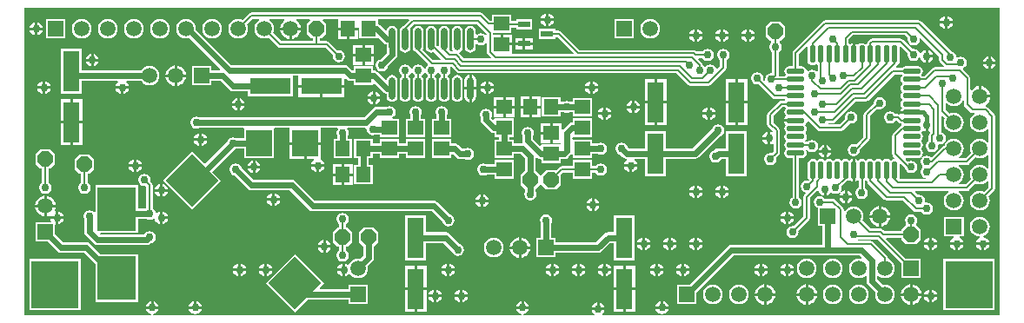
<source format=gtl>
G04 Layer_Physical_Order=1*
G04 Layer_Color=255*
%FSLAX25Y25*%
%MOIN*%
G70*
G01*
G75*
%ADD10R,0.05905X0.05512*%
%ADD11P,0.06392X8X112.5*%
%ADD12R,0.14961X0.16732*%
%ADD13P,0.20044X4X360.0*%
%ADD14R,0.06299X0.15748*%
%ADD15R,0.15748X0.06299*%
%ADD16R,0.09842X0.09842*%
%ADD17R,0.05512X0.05905*%
%ADD18O,0.02362X0.08661*%
%ADD19P,0.06392X8X22.5*%
%ADD20R,0.04528X0.02362*%
%ADD21O,0.02165X0.06890*%
%ADD22O,0.06890X0.02165*%
%ADD23C,0.02400*%
%ADD24C,0.01600*%
%ADD25C,0.00800*%
%ADD26R,0.18000X0.18000*%
%ADD27C,0.05905*%
%ADD28R,0.05905X0.05905*%
%ADD29R,0.05905X0.05905*%
%ADD30C,0.03000*%
G36*
X374016Y0D02*
X244873D01*
X244751Y450D01*
X244751Y452D01*
X245194Y589D01*
X245476Y645D01*
X246302Y1198D01*
X246855Y2025D01*
X246950Y2500D01*
X242051D01*
X242145Y2025D01*
X242698Y1198D01*
X243525Y645D01*
X243806Y589D01*
X244249Y452D01*
X244249Y450D01*
X244127Y0D01*
X221658D01*
X221507Y500D01*
X221802Y698D01*
X222355Y1524D01*
X222449Y2000D01*
X217550D01*
X217645Y1524D01*
X218198Y698D01*
X218493Y500D01*
X218342Y0D01*
X191373D01*
X191251Y450D01*
X191251Y452D01*
X191694Y589D01*
X191975Y645D01*
X192802Y1198D01*
X193355Y2025D01*
X193449Y2500D01*
X188550D01*
X188645Y2025D01*
X189198Y1198D01*
X190024Y645D01*
X190306Y589D01*
X190749Y452D01*
X190749Y450D01*
X190627Y0D01*
X65873D01*
X65751Y450D01*
X65751Y452D01*
X66194Y589D01*
X66475Y645D01*
X67302Y1198D01*
X67855Y2025D01*
X67949Y2500D01*
X63051D01*
X63145Y2025D01*
X63698Y1198D01*
X64525Y645D01*
X64806Y589D01*
X65249Y452D01*
X65249Y450D01*
X65127Y0D01*
X49373D01*
X49251Y450D01*
X49251Y452D01*
X49694Y589D01*
X49975Y645D01*
X50802Y1198D01*
X51355Y2025D01*
X51450Y2500D01*
X46551D01*
X46645Y2025D01*
X47198Y1198D01*
X48024Y645D01*
X48306Y589D01*
X48749Y452D01*
X48749Y450D01*
X48627Y0D01*
X0D01*
Y118110D01*
X374016D01*
Y0D01*
D02*
G37*
%LPC*%
G36*
X189500Y29921D02*
X188968Y29851D01*
X188007Y29453D01*
X187181Y28819D01*
X186547Y27993D01*
X186149Y27032D01*
X186079Y26500D01*
X189500D01*
Y29921D01*
D02*
G37*
G36*
X369950Y27000D02*
X368000D01*
Y25051D01*
X368476Y25145D01*
X369302Y25698D01*
X369855Y26524D01*
X369950Y27000D01*
D02*
G37*
G36*
X190500Y29921D02*
Y26500D01*
X193921D01*
X193851Y27032D01*
X193453Y27993D01*
X192819Y28819D01*
X191993Y29453D01*
X191032Y29851D01*
X190500Y29921D01*
D02*
G37*
G36*
X115500Y28949D02*
Y27000D01*
X117449D01*
X117355Y27476D01*
X116802Y28302D01*
X115975Y28855D01*
X115500Y28949D01*
D02*
G37*
G36*
X114500D02*
X114024Y28855D01*
X113198Y28302D01*
X112645Y27476D01*
X112550Y27000D01*
X114500D01*
Y28949D01*
D02*
G37*
G36*
X349950Y27000D02*
X348000D01*
Y25051D01*
X348476Y25145D01*
X349302Y25698D01*
X349855Y26524D01*
X349950Y27000D01*
D02*
G37*
G36*
X347000D02*
X345051D01*
X345145Y26524D01*
X345698Y25698D01*
X346525Y25145D01*
X347000Y25051D01*
Y27000D01*
D02*
G37*
G36*
X357000D02*
X355050D01*
X355145Y26524D01*
X355698Y25698D01*
X356524Y25145D01*
X357000Y25051D01*
Y27000D01*
D02*
G37*
G36*
X367000D02*
X365051D01*
X365145Y26524D01*
X365698Y25698D01*
X366525Y25145D01*
X367000Y25051D01*
Y27000D01*
D02*
G37*
G36*
X359949D02*
X358000D01*
Y25051D01*
X358475Y25145D01*
X359302Y25698D01*
X359855Y26524D01*
X359949Y27000D01*
D02*
G37*
G36*
X305000Y45845D02*
X304103Y45667D01*
X303342Y45158D01*
X302833Y44397D01*
X302655Y43500D01*
X302833Y42603D01*
X303342Y41842D01*
X304103Y41333D01*
X304247Y41305D01*
Y34247D01*
X305961D01*
Y27039D01*
X271000D01*
X270220Y26884D01*
X269558Y26442D01*
X254869Y11753D01*
X250247D01*
Y4247D01*
X257753D01*
Y8869D01*
X271845Y22961D01*
X320155D01*
X320952Y22164D01*
X320719Y21690D01*
X320000Y21785D01*
X319020Y21656D01*
X318107Y21278D01*
X317323Y20676D01*
X316722Y19893D01*
X316344Y18980D01*
X316215Y18000D01*
X316344Y17020D01*
X316722Y16107D01*
X317323Y15324D01*
X318107Y14722D01*
X319020Y14344D01*
X320000Y14215D01*
X320980Y14344D01*
X321893Y14722D01*
X322461Y15158D01*
X322961Y14911D01*
Y13000D01*
X323116Y12220D01*
X323558Y11558D01*
X326320Y8796D01*
X326215Y8000D01*
X326344Y7020D01*
X326722Y6107D01*
X327324Y5324D01*
X328107Y4722D01*
X329020Y4344D01*
X330000Y4215D01*
X330980Y4344D01*
X331893Y4722D01*
X332677Y5324D01*
X333278Y6107D01*
X333656Y7020D01*
X333785Y8000D01*
X333656Y8980D01*
X333278Y9893D01*
X332677Y10677D01*
X331893Y11278D01*
X330980Y11656D01*
X330000Y11785D01*
X329204Y11680D01*
X327039Y13845D01*
Y14911D01*
X327539Y15158D01*
X328107Y14722D01*
X329020Y14344D01*
X330000Y14215D01*
X330980Y14344D01*
X331893Y14722D01*
X332677Y15324D01*
X333278Y16107D01*
X333656Y17020D01*
X333785Y18000D01*
X333656Y18980D01*
X333278Y19893D01*
X332677Y20676D01*
X331893Y21278D01*
X331224Y21555D01*
Y22000D01*
X331130Y22468D01*
X330865Y22865D01*
X325465Y28265D01*
X325068Y28530D01*
X324600Y28624D01*
X320050D01*
X319799Y29123D01*
X319838Y29177D01*
X327093D01*
X336247Y20022D01*
Y14247D01*
X343753D01*
Y21753D01*
X337978D01*
X330416Y29315D01*
X330607Y29776D01*
X336247D01*
Y29124D01*
X338124Y27247D01*
X341876D01*
X343753Y29124D01*
Y32876D01*
X341876Y34753D01*
X341921Y35234D01*
X342167Y35603D01*
X342345Y36500D01*
X342167Y37397D01*
X341658Y38158D01*
X340897Y38667D01*
X340000Y38845D01*
X339103Y38667D01*
X338342Y38158D01*
X337833Y37397D01*
X337655Y36500D01*
X337833Y35603D01*
X338079Y35234D01*
X338124Y34753D01*
X336247Y32876D01*
Y32223D01*
X329890D01*
X329249Y32865D01*
X328852Y33130D01*
X328384Y33224D01*
X324507D01*
X321379Y36351D01*
X321656Y37020D01*
X321785Y38000D01*
X321656Y38980D01*
X321278Y39893D01*
X320676Y40677D01*
X319893Y41278D01*
X318980Y41656D01*
X318000Y41785D01*
X317020Y41656D01*
X316107Y41278D01*
X315323Y40677D01*
X314722Y39893D01*
X314224Y39996D01*
Y40603D01*
X314130Y41071D01*
X313865Y41468D01*
X310968Y44365D01*
X310571Y44630D01*
X310103Y44723D01*
X306949D01*
X306658Y45158D01*
X305897Y45667D01*
X305000Y45845D01*
D02*
G37*
G36*
X347000Y29950D02*
X346525Y29855D01*
X345698Y29302D01*
X345145Y28475D01*
X345051Y28000D01*
X347000D01*
Y29950D01*
D02*
G37*
G36*
X258000D02*
Y28000D01*
X259949D01*
X259855Y28475D01*
X259302Y29302D01*
X258475Y29855D01*
X258000Y29950D01*
D02*
G37*
G36*
X348000D02*
Y28000D01*
X349950D01*
X349855Y28475D01*
X349302Y29302D01*
X348476Y29855D01*
X348000Y29950D01*
D02*
G37*
G36*
X366417Y37840D02*
X365438Y37711D01*
X364525Y37333D01*
X363741Y36732D01*
X363139Y35948D01*
X362761Y35035D01*
X362632Y34055D01*
X362761Y33075D01*
X363139Y32163D01*
X363741Y31379D01*
X364525Y30777D01*
X365438Y30399D01*
X366313Y30284D01*
X366425Y29848D01*
X366426Y29789D01*
X365698Y29302D01*
X365145Y28475D01*
X365051Y28000D01*
X369950D01*
X369855Y28475D01*
X369302Y29302D01*
X368476Y29855D01*
X367742Y30001D01*
X367691Y30521D01*
X368310Y30777D01*
X369094Y31379D01*
X369695Y32163D01*
X370074Y33075D01*
X370202Y34055D01*
X370074Y35035D01*
X369695Y35948D01*
X369094Y36732D01*
X368310Y37333D01*
X367397Y37711D01*
X366417Y37840D01*
D02*
G37*
G36*
X360170Y37808D02*
X352665D01*
Y30302D01*
X356363D01*
X356418Y30149D01*
X356446Y29802D01*
X355698Y29302D01*
X355145Y28475D01*
X355050Y28000D01*
X359949D01*
X359855Y28475D01*
X359302Y29302D01*
X358554Y29802D01*
X358582Y30149D01*
X358637Y30302D01*
X360170D01*
Y37808D01*
D02*
G37*
G36*
X238000Y29950D02*
Y28000D01*
X239949D01*
X239855Y28475D01*
X239302Y29302D01*
X238475Y29855D01*
X238000Y29950D01*
D02*
G37*
G36*
X237000D02*
X236525Y29855D01*
X235698Y29302D01*
X235145Y28475D01*
X235051Y28000D01*
X237000D01*
Y29950D01*
D02*
G37*
G36*
X247000D02*
X246525Y29855D01*
X245698Y29302D01*
X245145Y28475D01*
X245051Y28000D01*
X247000D01*
Y29950D01*
D02*
G37*
G36*
X257000D02*
X256524Y29855D01*
X255698Y29302D01*
X255145Y28475D01*
X255050Y28000D01*
X257000D01*
Y29950D01*
D02*
G37*
G36*
X248000D02*
Y28000D01*
X249950D01*
X249855Y28475D01*
X249302Y29302D01*
X248476Y29855D01*
X248000Y29950D01*
D02*
G37*
G36*
X259949Y27000D02*
X258000D01*
Y25051D01*
X258475Y25145D01*
X259302Y25698D01*
X259855Y26524D01*
X259949Y27000D01*
D02*
G37*
G36*
X293000Y19950D02*
Y18000D01*
X294950D01*
X294855Y18475D01*
X294302Y19302D01*
X293476Y19855D01*
X293000Y19950D01*
D02*
G37*
G36*
X292000D02*
X291525Y19855D01*
X290698Y19302D01*
X290145Y18475D01*
X290051Y18000D01*
X292000D01*
Y19950D01*
D02*
G37*
G36*
X122000Y39345D02*
X121103Y39167D01*
X120342Y38658D01*
X119833Y37897D01*
X119655Y37000D01*
X119833Y36103D01*
X120342Y35342D01*
X120776Y35051D01*
Y33753D01*
X120124D01*
X118247Y31876D01*
Y28124D01*
X120124Y26247D01*
X120776D01*
Y24949D01*
X120342Y24658D01*
X119833Y23897D01*
X119655Y23000D01*
X119833Y22103D01*
X120342Y21342D01*
X121103Y20833D01*
X122000Y20655D01*
X122897Y20833D01*
X123658Y21342D01*
X124167Y22103D01*
X124345Y23000D01*
X124167Y23897D01*
X123658Y24658D01*
X123223Y24949D01*
Y26247D01*
X123876D01*
X125753Y28124D01*
Y31876D01*
X123876Y33753D01*
X123223D01*
Y35051D01*
X123658Y35342D01*
X124167Y36103D01*
X124345Y37000D01*
X124167Y37897D01*
X123658Y38658D01*
X122897Y39167D01*
X122000Y39345D01*
D02*
G37*
G36*
X133876Y33753D02*
X130124D01*
X128247Y31876D01*
Y28124D01*
X129961Y26410D01*
Y22845D01*
X128796Y21680D01*
X128000Y21785D01*
X127020Y21656D01*
X126107Y21278D01*
X125323Y20676D01*
X124722Y19893D01*
X124623Y19654D01*
X124016Y19494D01*
X123476Y19855D01*
X123000Y19950D01*
Y17500D01*
Y15051D01*
X123476Y15145D01*
X124302Y15698D01*
X124351Y15770D01*
X124966Y15790D01*
X125323Y15324D01*
X126107Y14722D01*
X127020Y14344D01*
X128000Y14215D01*
X128980Y14344D01*
X129893Y14722D01*
X130676Y15324D01*
X131278Y16107D01*
X131656Y17020D01*
X131785Y18000D01*
X131680Y18796D01*
X133442Y20558D01*
X133884Y21220D01*
X134039Y22000D01*
Y26410D01*
X135753Y28124D01*
Y31876D01*
X133876Y33753D01*
D02*
G37*
G36*
X200000Y38845D02*
X199103Y38667D01*
X198342Y38158D01*
X197833Y37397D01*
X197655Y36500D01*
X197833Y35603D01*
X197961Y35412D01*
Y29753D01*
X196247D01*
Y22247D01*
X203753D01*
Y23961D01*
X220000D01*
X220780Y24116D01*
X221442Y24558D01*
X224687Y27803D01*
X226050D01*
Y21169D01*
X233950D01*
Y38517D01*
X226050D01*
Y31882D01*
X223843D01*
X223062Y31727D01*
X222401Y31284D01*
X219155Y28039D01*
X203753D01*
Y29753D01*
X202039D01*
Y35412D01*
X202167Y35603D01*
X202345Y36500D01*
X202167Y37397D01*
X201658Y38158D01*
X200897Y38667D01*
X200000Y38845D01*
D02*
G37*
G36*
X252000Y19950D02*
X251524Y19855D01*
X250698Y19302D01*
X250145Y18475D01*
X250050Y18000D01*
X252000D01*
Y19950D01*
D02*
G37*
G36*
X243000D02*
Y18000D01*
X244950D01*
X244855Y18475D01*
X244302Y19302D01*
X243476Y19855D01*
X243000Y19950D01*
D02*
G37*
G36*
X253000D02*
Y18000D01*
X254949D01*
X254855Y18475D01*
X254302Y19302D01*
X253475Y19855D01*
X253000Y19950D01*
D02*
G37*
G36*
X283000D02*
Y18000D01*
X284949D01*
X284855Y18475D01*
X284302Y19302D01*
X283475Y19855D01*
X283000Y19950D01*
D02*
G37*
G36*
X282000D02*
X281524Y19855D01*
X280698Y19302D01*
X280145Y18475D01*
X280050Y18000D01*
X282000D01*
Y19950D01*
D02*
G37*
G36*
X189500Y25500D02*
X186079D01*
X186149Y24968D01*
X186547Y24007D01*
X187181Y23181D01*
X188007Y22547D01*
X188968Y22149D01*
X189500Y22079D01*
Y25500D01*
D02*
G37*
G36*
X239949Y27000D02*
X238000D01*
Y25051D01*
X238475Y25145D01*
X239302Y25698D01*
X239855Y26524D01*
X239949Y27000D01*
D02*
G37*
G36*
X237000D02*
X235051D01*
X235145Y26524D01*
X235698Y25698D01*
X236525Y25145D01*
X237000Y25051D01*
Y27000D01*
D02*
G37*
G36*
X247000D02*
X245051D01*
X245145Y26524D01*
X245698Y25698D01*
X246525Y25145D01*
X247000Y25051D01*
Y27000D01*
D02*
G37*
G36*
X257000D02*
X255050D01*
X255145Y26524D01*
X255698Y25698D01*
X256524Y25145D01*
X257000Y25051D01*
Y27000D01*
D02*
G37*
G36*
X249950D02*
X248000D01*
Y25051D01*
X248476Y25145D01*
X249302Y25698D01*
X249855Y26524D01*
X249950Y27000D01*
D02*
G37*
G36*
X180000Y29785D02*
X179020Y29656D01*
X178107Y29278D01*
X177323Y28677D01*
X176722Y27893D01*
X176344Y26980D01*
X176215Y26000D01*
X176344Y25020D01*
X176722Y24107D01*
X177323Y23324D01*
X178107Y22722D01*
X179020Y22344D01*
X180000Y22215D01*
X180980Y22344D01*
X181893Y22722D01*
X182676Y23324D01*
X183278Y24107D01*
X183656Y25020D01*
X183785Y26000D01*
X183656Y26980D01*
X183278Y27893D01*
X182676Y28677D01*
X181893Y29278D01*
X180980Y29656D01*
X180000Y29785D01*
D02*
G37*
G36*
X193921Y25500D02*
X190500D01*
Y22079D01*
X191032Y22149D01*
X191993Y22547D01*
X192819Y23181D01*
X193453Y24007D01*
X193851Y24968D01*
X193921Y25500D01*
D02*
G37*
G36*
X153950Y38517D02*
X146050D01*
Y21169D01*
X153950D01*
Y27803D01*
X160713D01*
X163989Y24527D01*
X164033Y24303D01*
X164542Y23542D01*
X165303Y23033D01*
X166200Y22855D01*
X167097Y23033D01*
X167858Y23542D01*
X168367Y24303D01*
X168545Y25200D01*
X168367Y26097D01*
X167858Y26858D01*
X167097Y27367D01*
X166873Y27411D01*
X162999Y31284D01*
X162338Y31727D01*
X161557Y31882D01*
X153950D01*
Y38517D01*
D02*
G37*
G36*
X117449Y26000D02*
X115500D01*
Y24050D01*
X115975Y24145D01*
X116802Y24698D01*
X117355Y25525D01*
X117449Y26000D01*
D02*
G37*
G36*
X114500D02*
X112550D01*
X112645Y25525D01*
X113198Y24698D01*
X114024Y24145D01*
X114500Y24050D01*
Y26000D01*
D02*
G37*
G36*
X327500Y37500D02*
X324079D01*
X324149Y36968D01*
X324547Y36007D01*
X325181Y35181D01*
X326007Y34547D01*
X326968Y34149D01*
X327500Y34079D01*
Y37500D01*
D02*
G37*
G36*
X176000Y46450D02*
Y44500D01*
X177950D01*
X177855Y44976D01*
X177302Y45802D01*
X176476Y46355D01*
X176000Y46450D01*
D02*
G37*
G36*
X175000D02*
X174524Y46355D01*
X173698Y45802D01*
X173145Y44976D01*
X173050Y44500D01*
X175000D01*
Y46450D01*
D02*
G37*
G36*
X95000Y46949D02*
X94525Y46855D01*
X93698Y46302D01*
X93145Y45476D01*
X93050Y45000D01*
X95000D01*
Y46949D01*
D02*
G37*
G36*
X257000Y47000D02*
X255050D01*
X255145Y46525D01*
X255698Y45698D01*
X256524Y45145D01*
X257000Y45050D01*
Y47000D01*
D02*
G37*
G36*
X96000Y46949D02*
Y45000D01*
X97949D01*
X97855Y45476D01*
X97302Y46302D01*
X96475Y46855D01*
X96000Y46949D01*
D02*
G37*
G36*
X217500Y44949D02*
X217024Y44855D01*
X216198Y44302D01*
X215645Y43475D01*
X215550Y43000D01*
X217500D01*
Y44949D01*
D02*
G37*
G36*
X8500Y45921D02*
Y42500D01*
X11921D01*
X11851Y43032D01*
X11453Y43993D01*
X10819Y44819D01*
X9993Y45453D01*
X9032Y45851D01*
X8500Y45921D01*
D02*
G37*
G36*
X218500Y44949D02*
Y43000D01*
X220449D01*
X220355Y43475D01*
X219802Y44302D01*
X218975Y44855D01*
X218500Y44949D01*
D02*
G37*
G36*
X317449Y45000D02*
X315500D01*
Y43051D01*
X315975Y43145D01*
X316802Y43698D01*
X317355Y44524D01*
X317449Y45000D01*
D02*
G37*
G36*
X314500D02*
X312550D01*
X312645Y44524D01*
X313198Y43698D01*
X314024Y43145D01*
X314500Y43051D01*
Y45000D01*
D02*
G37*
G36*
X259949Y47000D02*
X258000D01*
Y45050D01*
X258475Y45145D01*
X259302Y45698D01*
X259855Y46525D01*
X259949Y47000D01*
D02*
G37*
G36*
X24876Y61753D02*
X21124D01*
X19247Y59876D01*
Y56124D01*
X21124Y54247D01*
X21777D01*
Y50949D01*
X21342Y50658D01*
X20833Y49897D01*
X20655Y49000D01*
X20833Y48103D01*
X21342Y47342D01*
X22103Y46833D01*
X23000Y46655D01*
X23897Y46833D01*
X24658Y47342D01*
X25167Y48103D01*
X25345Y49000D01*
X25167Y49897D01*
X24658Y50658D01*
X24224Y50949D01*
Y54247D01*
X24876D01*
X26753Y56124D01*
Y59876D01*
X24876Y61753D01*
D02*
G37*
G36*
X9876Y63753D02*
X6124D01*
X4247Y61876D01*
Y58124D01*
X6124Y56247D01*
X6776D01*
Y50949D01*
X6342Y50658D01*
X5833Y49897D01*
X5655Y49000D01*
X5833Y48103D01*
X6342Y47342D01*
X7103Y46833D01*
X8000Y46655D01*
X8897Y46833D01*
X9658Y47342D01*
X10166Y48103D01*
X10345Y49000D01*
X10166Y49897D01*
X9658Y50658D01*
X9223Y50949D01*
Y56247D01*
X9876D01*
X11753Y58124D01*
Y61876D01*
X9876Y63753D01*
D02*
G37*
G36*
X257000Y49949D02*
X256524Y49855D01*
X255698Y49302D01*
X255145Y48476D01*
X255050Y48000D01*
X257000D01*
Y49949D01*
D02*
G37*
G36*
X267000D02*
X266525Y49855D01*
X265698Y49302D01*
X265145Y48476D01*
X265051Y48000D01*
X267000D01*
Y49949D01*
D02*
G37*
G36*
X258000D02*
Y48000D01*
X259949D01*
X259855Y48476D01*
X259302Y49302D01*
X258475Y49855D01*
X258000Y49949D01*
D02*
G37*
G36*
X269950Y47000D02*
X268000D01*
Y45050D01*
X268476Y45145D01*
X269302Y45698D01*
X269855Y46525D01*
X269950Y47000D01*
D02*
G37*
G36*
X267000D02*
X265051D01*
X265145Y46525D01*
X265698Y45698D01*
X266525Y45145D01*
X267000Y45050D01*
Y47000D01*
D02*
G37*
G36*
X52000Y47500D02*
X50050D01*
X50145Y47025D01*
X50698Y46198D01*
X51525Y45645D01*
X52000Y45551D01*
Y47500D01*
D02*
G37*
G36*
X315500Y47949D02*
Y46000D01*
X317449D01*
X317355Y46475D01*
X316802Y47302D01*
X315975Y47855D01*
X315500Y47949D01*
D02*
G37*
G36*
X54949Y47500D02*
X53000D01*
Y45551D01*
X53475Y45645D01*
X54302Y46198D01*
X54855Y47025D01*
X54949Y47500D01*
D02*
G37*
G36*
X7500Y45921D02*
X6968Y45851D01*
X6007Y45453D01*
X5181Y44819D01*
X4547Y43993D01*
X4149Y43032D01*
X4079Y42500D01*
X7500D01*
Y45921D01*
D02*
G37*
G36*
X11921Y41500D02*
X8500D01*
Y38079D01*
X9032Y38149D01*
X9619Y38392D01*
X10057Y38032D01*
X10051Y38000D01*
X12000D01*
Y39950D01*
X11968Y39943D01*
X11608Y40381D01*
X11851Y40968D01*
X11921Y41500D01*
D02*
G37*
G36*
X294950Y37000D02*
X293000D01*
Y35050D01*
X293476Y35145D01*
X294302Y35698D01*
X294855Y36525D01*
X294950Y37000D01*
D02*
G37*
G36*
X13000Y39950D02*
Y38000D01*
X14950D01*
X14855Y38475D01*
X14302Y39302D01*
X13476Y39855D01*
X13000Y39950D01*
D02*
G37*
G36*
X292000D02*
X291525Y39855D01*
X290698Y39302D01*
X290145Y38475D01*
X290051Y38000D01*
X292000D01*
Y39950D01*
D02*
G37*
G36*
X53000D02*
Y38000D01*
X54949D01*
X54855Y38475D01*
X54302Y39302D01*
X53475Y39855D01*
X53000Y39950D01*
D02*
G37*
G36*
X81000Y58345D02*
X80103Y58166D01*
X79342Y57658D01*
X78834Y56897D01*
X78655Y56000D01*
X78834Y55103D01*
X79342Y54342D01*
X80103Y53834D01*
X80327Y53789D01*
X85558Y48558D01*
X86220Y48116D01*
X87000Y47961D01*
X101655D01*
X109058Y40558D01*
X109720Y40116D01*
X110500Y39961D01*
X156155D01*
X160289Y35827D01*
X160333Y35603D01*
X160842Y34842D01*
X161603Y34333D01*
X162500Y34155D01*
X163397Y34333D01*
X164158Y34842D01*
X164667Y35603D01*
X164845Y36500D01*
X164667Y37397D01*
X164158Y38158D01*
X163397Y38667D01*
X163173Y38711D01*
X158442Y43442D01*
X157780Y43884D01*
X157000Y44039D01*
X111345D01*
X103942Y51442D01*
X103280Y51884D01*
X102500Y52039D01*
X87845D01*
X83211Y56673D01*
X83166Y56897D01*
X82658Y57658D01*
X81897Y58166D01*
X81000Y58345D01*
D02*
G37*
G36*
X331921Y37500D02*
X328500D01*
Y34079D01*
X329032Y34149D01*
X329993Y34547D01*
X330819Y35181D01*
X331453Y36007D01*
X331851Y36968D01*
X331921Y37500D01*
D02*
G37*
G36*
X14950Y37000D02*
X13000D01*
Y35050D01*
X13476Y35145D01*
X14302Y35698D01*
X14855Y36525D01*
X14950Y37000D01*
D02*
G37*
G36*
X292000D02*
X290051D01*
X290145Y36525D01*
X290698Y35698D01*
X291525Y35145D01*
X292000Y35050D01*
Y37000D01*
D02*
G37*
G36*
X54949D02*
X53000D01*
Y35050D01*
X53475Y35145D01*
X54302Y35698D01*
X54855Y36525D01*
X54949Y37000D01*
D02*
G37*
G36*
X293000Y39950D02*
Y38000D01*
X294950D01*
X294855Y38475D01*
X294302Y39302D01*
X293476Y39855D01*
X293000Y39950D01*
D02*
G37*
G36*
X175000Y43500D02*
X173050D01*
X173145Y43025D01*
X173698Y42198D01*
X174524Y41645D01*
X175000Y41550D01*
Y43500D01*
D02*
G37*
G36*
X46000Y54345D02*
X45103Y54167D01*
X44342Y53658D01*
X43833Y52897D01*
X43655Y52000D01*
X43833Y51103D01*
X44342Y50342D01*
X45103Y49833D01*
X46000Y49655D01*
X46374Y49729D01*
X46777Y49378D01*
Y41039D01*
X43713D01*
Y50013D01*
X27153D01*
Y39779D01*
X26674Y39634D01*
X26658Y39658D01*
X25897Y40167D01*
X25000Y40345D01*
X24103Y40167D01*
X23342Y39658D01*
X22833Y38897D01*
X22655Y38000D01*
X22833Y37103D01*
X22961Y36912D01*
Y32000D01*
X23116Y31220D01*
X23558Y30558D01*
X26558Y27558D01*
X27220Y27116D01*
X28000Y26961D01*
X47000D01*
X47780Y27116D01*
X48442Y27558D01*
X48673Y27789D01*
X48897Y27833D01*
X49658Y28342D01*
X50167Y29103D01*
X50345Y30000D01*
X50167Y30897D01*
X49658Y31658D01*
X48897Y32167D01*
X48000Y32345D01*
X47103Y32167D01*
X46342Y31658D01*
X45928Y31039D01*
X29132D01*
X29031Y31180D01*
X29287Y31680D01*
X43713D01*
Y36961D01*
X46912D01*
X47103Y36833D01*
X48000Y36655D01*
X48897Y36833D01*
X49494Y37232D01*
X49979Y37091D01*
X50042Y37043D01*
X50145Y36525D01*
X50698Y35698D01*
X51525Y35145D01*
X52000Y35050D01*
Y37500D01*
Y39950D01*
X51525Y39855D01*
X50783Y39360D01*
X50426Y39432D01*
X50242Y39520D01*
X50167Y39897D01*
X49658Y40658D01*
X49224Y40949D01*
Y50000D01*
X49130Y50468D01*
X48865Y50865D01*
X48243Y51487D01*
X48345Y52000D01*
X48167Y52897D01*
X47658Y53658D01*
X46897Y54167D01*
X46000Y54345D01*
D02*
G37*
G36*
X177950Y43500D02*
X176000D01*
Y41550D01*
X176476Y41645D01*
X177302Y42198D01*
X177855Y43025D01*
X177950Y43500D01*
D02*
G37*
G36*
X97949Y44000D02*
X96000D01*
Y42050D01*
X96475Y42145D01*
X97302Y42698D01*
X97855Y43525D01*
X97949Y44000D01*
D02*
G37*
G36*
X95000D02*
X93050D01*
X93145Y43525D01*
X93698Y42698D01*
X94525Y42145D01*
X95000Y42050D01*
Y44000D01*
D02*
G37*
G36*
X327500Y41921D02*
X326968Y41851D01*
X326007Y41453D01*
X325181Y40819D01*
X324547Y39993D01*
X324149Y39032D01*
X324079Y38500D01*
X327500D01*
Y41921D01*
D02*
G37*
G36*
X7500Y41500D02*
X4079D01*
X4149Y40968D01*
X4547Y40007D01*
X5181Y39181D01*
X6007Y38547D01*
X6968Y38149D01*
X7500Y38079D01*
Y41500D01*
D02*
G37*
G36*
X328500Y41921D02*
Y38500D01*
X331921D01*
X331851Y39032D01*
X331453Y39993D01*
X330819Y40819D01*
X329993Y41453D01*
X329032Y41851D01*
X328500Y41921D01*
D02*
G37*
G36*
X220449Y42000D02*
X218500D01*
Y40051D01*
X218975Y40145D01*
X219802Y40698D01*
X220355Y41524D01*
X220449Y42000D01*
D02*
G37*
G36*
X217500D02*
X215550D01*
X215645Y41524D01*
X216198Y40698D01*
X217024Y40145D01*
X217500Y40051D01*
Y42000D01*
D02*
G37*
G36*
X159950Y7000D02*
X158000D01*
Y5051D01*
X158475Y5145D01*
X159302Y5698D01*
X159855Y6525D01*
X159950Y7000D01*
D02*
G37*
G36*
X157000D02*
X155051D01*
X155145Y6525D01*
X155698Y5698D01*
X156525Y5145D01*
X157000Y5051D01*
Y7000D01*
D02*
G37*
G36*
X167000D02*
X165050D01*
X165145Y6525D01*
X165698Y5698D01*
X166525Y5145D01*
X167000Y5051D01*
Y7000D01*
D02*
G37*
G36*
X347000D02*
X345051D01*
X345145Y6525D01*
X345698Y5698D01*
X346525Y5145D01*
X347000Y5051D01*
Y7000D01*
D02*
G37*
G36*
X169949D02*
X168000D01*
Y5051D01*
X168475Y5145D01*
X169302Y5698D01*
X169855Y6525D01*
X169949Y7000D01*
D02*
G37*
G36*
X274000Y11785D02*
X273020Y11656D01*
X272107Y11278D01*
X271323Y10677D01*
X270722Y9893D01*
X270344Y8980D01*
X270215Y8000D01*
X270344Y7020D01*
X270722Y6107D01*
X271323Y5324D01*
X272107Y4722D01*
X273020Y4344D01*
X274000Y4215D01*
X274980Y4344D01*
X275893Y4722D01*
X276677Y5324D01*
X277278Y6107D01*
X277656Y7020D01*
X277785Y8000D01*
X277656Y8980D01*
X277278Y9893D01*
X276677Y10677D01*
X275893Y11278D01*
X274980Y11656D01*
X274000Y11785D01*
D02*
G37*
G36*
X264000D02*
X263020Y11656D01*
X262107Y11278D01*
X261323Y10677D01*
X260722Y9893D01*
X260344Y8980D01*
X260215Y8000D01*
X260344Y7020D01*
X260722Y6107D01*
X261323Y5324D01*
X262107Y4722D01*
X263020Y4344D01*
X264000Y4215D01*
X264980Y4344D01*
X265893Y4722D01*
X266676Y5324D01*
X267278Y6107D01*
X267656Y7020D01*
X267785Y8000D01*
X267656Y8980D01*
X267278Y9893D01*
X266676Y10677D01*
X265893Y11278D01*
X264980Y11656D01*
X264000Y11785D01*
D02*
G37*
G36*
X310000D02*
X309020Y11656D01*
X308107Y11278D01*
X307324Y10677D01*
X306722Y9893D01*
X306344Y8980D01*
X306215Y8000D01*
X306344Y7020D01*
X306722Y6107D01*
X307324Y5324D01*
X308107Y4722D01*
X309020Y4344D01*
X310000Y4215D01*
X310980Y4344D01*
X311893Y4722D01*
X312677Y5324D01*
X313278Y6107D01*
X313656Y7020D01*
X313785Y8000D01*
X313656Y8980D01*
X313278Y9893D01*
X312677Y10677D01*
X311893Y11278D01*
X310980Y11656D01*
X310000Y11785D01*
D02*
G37*
G36*
X103766Y23388D02*
X92612Y12234D01*
X103766Y1081D01*
X108645Y5961D01*
X124247D01*
Y4247D01*
X131753D01*
Y11753D01*
X124247D01*
Y10039D01*
X113377D01*
X113186Y10501D01*
X114919Y12234D01*
X103766Y23388D01*
D02*
G37*
G36*
X320000Y11785D02*
X319020Y11656D01*
X318107Y11278D01*
X317323Y10677D01*
X316722Y9893D01*
X316344Y8980D01*
X316215Y8000D01*
X316344Y7020D01*
X316722Y6107D01*
X317323Y5324D01*
X318107Y4722D01*
X319020Y4344D01*
X320000Y4215D01*
X320980Y4344D01*
X321893Y4722D01*
X322676Y5324D01*
X323278Y6107D01*
X323656Y7020D01*
X323785Y8000D01*
X323656Y8980D01*
X323278Y9893D01*
X322676Y10677D01*
X321893Y11278D01*
X320980Y11656D01*
X320000Y11785D01*
D02*
G37*
G36*
X349950Y7000D02*
X348000D01*
Y5051D01*
X348476Y5145D01*
X349302Y5698D01*
X349855Y6525D01*
X349950Y7000D01*
D02*
G37*
G36*
X348000Y9950D02*
Y8000D01*
X349950D01*
X349855Y8475D01*
X349302Y9302D01*
X348476Y9855D01*
X348000Y9950D01*
D02*
G37*
G36*
X347000D02*
X346525Y9855D01*
X345698Y9302D01*
X345145Y8475D01*
X345051Y8000D01*
X347000D01*
Y9950D01*
D02*
G37*
G36*
X339500Y11921D02*
X338968Y11851D01*
X338007Y11453D01*
X337181Y10819D01*
X336547Y9993D01*
X336149Y9032D01*
X336079Y8500D01*
X339500D01*
Y11921D01*
D02*
G37*
G36*
X283500D02*
X282968Y11851D01*
X282007Y11453D01*
X281181Y10819D01*
X280547Y9993D01*
X280149Y9032D01*
X280079Y8500D01*
X283500D01*
Y11921D01*
D02*
G37*
G36*
X299500D02*
X298968Y11851D01*
X298007Y11453D01*
X297181Y10819D01*
X296547Y9993D01*
X296149Y9032D01*
X296079Y8500D01*
X299500D01*
Y11921D01*
D02*
G37*
G36*
X157000Y9950D02*
X156525Y9855D01*
X155698Y9302D01*
X155145Y8475D01*
X155051Y8000D01*
X157000D01*
Y9950D01*
D02*
G37*
G36*
X12000Y37000D02*
X10051D01*
X10145Y36525D01*
X10366Y36194D01*
X10130Y35753D01*
X4247D01*
Y28247D01*
X8869D01*
X12558Y24558D01*
X13220Y24116D01*
X14000Y23961D01*
X22860D01*
X27153Y19668D01*
Y5105D01*
X43713D01*
Y23438D01*
X29151D01*
X25147Y27442D01*
X24485Y27884D01*
X23705Y28039D01*
X14845D01*
X11753Y31131D01*
Y34706D01*
X12000Y34909D01*
Y37000D01*
D02*
G37*
G36*
X158000Y9950D02*
Y8000D01*
X159950D01*
X159855Y8475D01*
X159302Y9302D01*
X158475Y9855D01*
X158000Y9950D01*
D02*
G37*
G36*
X168000D02*
Y8000D01*
X169949D01*
X169855Y8475D01*
X169302Y9302D01*
X168475Y9855D01*
X168000Y9950D01*
D02*
G37*
G36*
X167000D02*
X166525Y9855D01*
X165698Y9302D01*
X165145Y8475D01*
X165050Y8000D01*
X167000D01*
Y9950D01*
D02*
G37*
G36*
X343921Y7500D02*
X340500D01*
Y4079D01*
X341032Y4149D01*
X341993Y4547D01*
X342819Y5181D01*
X343453Y6007D01*
X343851Y6968D01*
X343921Y7500D01*
D02*
G37*
G36*
X219500Y4950D02*
X219024Y4855D01*
X218198Y4302D01*
X217645Y3475D01*
X217550Y3000D01*
X219500D01*
Y4950D01*
D02*
G37*
G36*
X372005Y21611D02*
X352405D01*
Y2011D01*
X372005D01*
Y21611D01*
D02*
G37*
G36*
X220500Y4950D02*
Y3000D01*
X222449D01*
X222355Y3475D01*
X221802Y4302D01*
X220975Y4855D01*
X220500Y4950D01*
D02*
G37*
G36*
X49500Y5449D02*
Y3500D01*
X51450D01*
X51355Y3976D01*
X50802Y4802D01*
X49975Y5355D01*
X49500Y5449D01*
D02*
G37*
G36*
X48500D02*
X48024Y5355D01*
X47198Y4802D01*
X46645Y3976D01*
X46551Y3500D01*
X48500D01*
Y5449D01*
D02*
G37*
G36*
X154150Y9657D02*
X150500D01*
Y1283D01*
X154150D01*
Y9657D01*
D02*
G37*
G36*
X149500D02*
X145850D01*
Y1283D01*
X149500D01*
Y9657D01*
D02*
G37*
G36*
X229500D02*
X225850D01*
Y1283D01*
X229500D01*
Y9657D01*
D02*
G37*
G36*
X21611Y21611D02*
X2011D01*
Y2011D01*
X21611D01*
Y21611D01*
D02*
G37*
G36*
X234150Y9657D02*
X230500D01*
Y1283D01*
X234150D01*
Y9657D01*
D02*
G37*
G36*
X65000Y5449D02*
X64525Y5355D01*
X63698Y4802D01*
X63145Y3976D01*
X63051Y3500D01*
X65000D01*
Y5449D01*
D02*
G37*
G36*
X339500Y7500D02*
X336079D01*
X336149Y6968D01*
X336547Y6007D01*
X337181Y5181D01*
X338007Y4547D01*
X338968Y4149D01*
X339500Y4079D01*
Y7500D01*
D02*
G37*
G36*
X299500D02*
X296079D01*
X296149Y6968D01*
X296547Y6007D01*
X297181Y5181D01*
X298007Y4547D01*
X298968Y4149D01*
X299500Y4079D01*
Y7500D01*
D02*
G37*
G36*
X283500D02*
X280079D01*
X280149Y6968D01*
X280547Y6007D01*
X281181Y5181D01*
X282007Y4547D01*
X282968Y4149D01*
X283500Y4079D01*
Y7500D01*
D02*
G37*
G36*
X303921D02*
X300500D01*
Y4079D01*
X301032Y4149D01*
X301993Y4547D01*
X302819Y5181D01*
X303453Y6007D01*
X303851Y6968D01*
X303921Y7500D01*
D02*
G37*
G36*
X287921D02*
X284500D01*
Y4079D01*
X285032Y4149D01*
X285993Y4547D01*
X286819Y5181D01*
X287453Y6007D01*
X287851Y6968D01*
X287921Y7500D01*
D02*
G37*
G36*
X190500Y5449D02*
X190024Y5355D01*
X189198Y4802D01*
X188645Y3976D01*
X188550Y3500D01*
X190500D01*
Y5449D01*
D02*
G37*
G36*
X66000D02*
Y3500D01*
X67949D01*
X67855Y3976D01*
X67302Y4802D01*
X66475Y5355D01*
X66000Y5449D01*
D02*
G37*
G36*
X191500D02*
Y3500D01*
X193449D01*
X193355Y3976D01*
X192802Y4802D01*
X191975Y5355D01*
X191500Y5449D01*
D02*
G37*
G36*
X245000D02*
Y3500D01*
X246950D01*
X246855Y3976D01*
X246302Y4802D01*
X245476Y5355D01*
X245000Y5449D01*
D02*
G37*
G36*
X244000D02*
X243525Y5355D01*
X242698Y4802D01*
X242145Y3976D01*
X242051Y3500D01*
X244000D01*
Y5449D01*
D02*
G37*
G36*
X284500Y11921D02*
Y8500D01*
X287921D01*
X287851Y9032D01*
X287453Y9993D01*
X286819Y10819D01*
X285993Y11453D01*
X285032Y11851D01*
X284500Y11921D01*
D02*
G37*
G36*
X294950Y17000D02*
X293000D01*
Y15051D01*
X293476Y15145D01*
X294302Y15698D01*
X294855Y16524D01*
X294950Y17000D01*
D02*
G37*
G36*
X292000D02*
X290051D01*
X290145Y16524D01*
X290698Y15698D01*
X291525Y15145D01*
X292000Y15051D01*
Y17000D01*
D02*
G37*
G36*
X82000Y19950D02*
X81524Y19855D01*
X80698Y19302D01*
X80145Y18475D01*
X80050Y18000D01*
X82000D01*
Y19950D01*
D02*
G37*
G36*
X92000D02*
X91524Y19855D01*
X90698Y19302D01*
X90145Y18475D01*
X90051Y18000D01*
X92000D01*
Y19950D01*
D02*
G37*
G36*
X83000D02*
Y18000D01*
X84949D01*
X84855Y18475D01*
X84302Y19302D01*
X83476Y19855D01*
X83000Y19950D01*
D02*
G37*
G36*
X252000Y17000D02*
X250050D01*
X250145Y16524D01*
X250698Y15698D01*
X251524Y15145D01*
X252000Y15051D01*
Y17000D01*
D02*
G37*
G36*
X244950D02*
X243000D01*
Y15051D01*
X243476Y15145D01*
X244302Y15698D01*
X244855Y16524D01*
X244950Y17000D01*
D02*
G37*
G36*
X254949D02*
X253000D01*
Y15051D01*
X253475Y15145D01*
X254302Y15698D01*
X254855Y16524D01*
X254949Y17000D01*
D02*
G37*
G36*
X284949D02*
X283000D01*
Y15051D01*
X283475Y15145D01*
X284302Y15698D01*
X284855Y16524D01*
X284949Y17000D01*
D02*
G37*
G36*
X282000D02*
X280050D01*
X280145Y16524D01*
X280698Y15698D01*
X281524Y15145D01*
X282000Y15051D01*
Y17000D01*
D02*
G37*
G36*
X93000Y19950D02*
Y18000D01*
X94950D01*
X94855Y18475D01*
X94302Y19302D01*
X93476Y19855D01*
X93000Y19950D01*
D02*
G37*
G36*
X213000D02*
Y18000D01*
X214949D01*
X214855Y18475D01*
X214302Y19302D01*
X213475Y19855D01*
X213000Y19950D01*
D02*
G37*
G36*
X212000D02*
X211525Y19855D01*
X210698Y19302D01*
X210145Y18475D01*
X210051Y18000D01*
X212000D01*
Y19950D01*
D02*
G37*
G36*
X222000D02*
X221525Y19855D01*
X220698Y19302D01*
X220145Y18475D01*
X220051Y18000D01*
X222000D01*
Y19950D01*
D02*
G37*
G36*
X242000D02*
X241525Y19855D01*
X240698Y19302D01*
X240145Y18475D01*
X240051Y18000D01*
X242000D01*
Y19950D01*
D02*
G37*
G36*
X223000D02*
Y18000D01*
X224950D01*
X224855Y18475D01*
X224302Y19302D01*
X223476Y19855D01*
X223000Y19950D01*
D02*
G37*
G36*
X162000D02*
X161524Y19855D01*
X160698Y19302D01*
X160145Y18475D01*
X160050Y18000D01*
X162000D01*
Y19950D01*
D02*
G37*
G36*
X122000D02*
X121525Y19855D01*
X120698Y19302D01*
X120145Y18475D01*
X120051Y18000D01*
X122000D01*
Y19950D01*
D02*
G37*
G36*
X163000D02*
Y18000D01*
X164950D01*
X164855Y18475D01*
X164302Y19302D01*
X163476Y19855D01*
X163000Y19950D01*
D02*
G37*
G36*
X203000D02*
Y18000D01*
X204949D01*
X204855Y18475D01*
X204302Y19302D01*
X203475Y19855D01*
X203000Y19950D01*
D02*
G37*
G36*
X202000D02*
X201524Y19855D01*
X200698Y19302D01*
X200145Y18475D01*
X200050Y18000D01*
X202000D01*
Y19950D01*
D02*
G37*
G36*
X242000Y17000D02*
X240051D01*
X240145Y16524D01*
X240698Y15698D01*
X241525Y15145D01*
X242000Y15051D01*
Y17000D01*
D02*
G37*
G36*
X300000Y21785D02*
X299020Y21656D01*
X298107Y21278D01*
X297323Y20676D01*
X296722Y19893D01*
X296344Y18980D01*
X296215Y18000D01*
X296344Y17020D01*
X296722Y16107D01*
X297323Y15324D01*
X298107Y14722D01*
X299020Y14344D01*
X300000Y14215D01*
X300980Y14344D01*
X301893Y14722D01*
X302677Y15324D01*
X303278Y16107D01*
X303656Y17020D01*
X303785Y18000D01*
X303656Y18980D01*
X303278Y19893D01*
X302677Y20676D01*
X301893Y21278D01*
X300980Y21656D01*
X300000Y21785D01*
D02*
G37*
G36*
X234150Y19031D02*
X230500D01*
Y10657D01*
X234150D01*
Y19031D01*
D02*
G37*
G36*
X310000Y21785D02*
X309020Y21656D01*
X308107Y21278D01*
X307324Y20676D01*
X306722Y19893D01*
X306344Y18980D01*
X306215Y18000D01*
X306344Y17020D01*
X306722Y16107D01*
X307324Y15324D01*
X308107Y14722D01*
X309020Y14344D01*
X310000Y14215D01*
X310980Y14344D01*
X311893Y14722D01*
X312677Y15324D01*
X313278Y16107D01*
X313656Y17020D01*
X313785Y18000D01*
X313656Y18980D01*
X313278Y19893D01*
X312677Y20676D01*
X311893Y21278D01*
X310980Y21656D01*
X310000Y21785D01*
D02*
G37*
G36*
X84949Y17000D02*
X83000D01*
Y15051D01*
X83476Y15145D01*
X84302Y15698D01*
X84855Y16524D01*
X84949Y17000D01*
D02*
G37*
G36*
X82000D02*
X80050D01*
X80145Y16524D01*
X80698Y15698D01*
X81524Y15145D01*
X82000Y15051D01*
Y17000D01*
D02*
G37*
G36*
X300500Y11921D02*
Y8500D01*
X303921D01*
X303851Y9032D01*
X303453Y9993D01*
X302819Y10819D01*
X301993Y11453D01*
X301032Y11851D01*
X300500Y11921D01*
D02*
G37*
G36*
X340500D02*
Y8500D01*
X343921D01*
X343851Y9032D01*
X343453Y9993D01*
X342819Y10819D01*
X341993Y11453D01*
X341032Y11851D01*
X340500Y11921D01*
D02*
G37*
G36*
X149500Y19031D02*
X145850D01*
Y10657D01*
X149500D01*
Y19031D01*
D02*
G37*
G36*
X154150D02*
X150500D01*
Y10657D01*
X154150D01*
Y19031D01*
D02*
G37*
G36*
X229500D02*
X225850D01*
Y10657D01*
X229500D01*
Y19031D01*
D02*
G37*
G36*
X92000Y17000D02*
X90051D01*
X90145Y16524D01*
X90698Y15698D01*
X91524Y15145D01*
X92000Y15051D01*
Y17000D01*
D02*
G37*
G36*
X212000D02*
X210051D01*
X210145Y16524D01*
X210698Y15698D01*
X211525Y15145D01*
X212000Y15051D01*
Y17000D01*
D02*
G37*
G36*
X204949D02*
X203000D01*
Y15051D01*
X203475Y15145D01*
X204302Y15698D01*
X204855Y16524D01*
X204949Y17000D01*
D02*
G37*
G36*
X214949D02*
X213000D01*
Y15051D01*
X213475Y15145D01*
X214302Y15698D01*
X214855Y16524D01*
X214949Y17000D01*
D02*
G37*
G36*
X224950D02*
X223000D01*
Y15051D01*
X223476Y15145D01*
X224302Y15698D01*
X224855Y16524D01*
X224950Y17000D01*
D02*
G37*
G36*
X222000D02*
X220051D01*
X220145Y16524D01*
X220698Y15698D01*
X221525Y15145D01*
X222000Y15051D01*
Y17000D01*
D02*
G37*
G36*
X122000D02*
X120051D01*
X120145Y16524D01*
X120698Y15698D01*
X121525Y15145D01*
X122000Y15051D01*
Y17000D01*
D02*
G37*
G36*
X94950D02*
X93000D01*
Y15051D01*
X93476Y15145D01*
X94302Y15698D01*
X94855Y16524D01*
X94950Y17000D01*
D02*
G37*
G36*
X162000D02*
X160050D01*
X160145Y16524D01*
X160698Y15698D01*
X161524Y15145D01*
X162000Y15051D01*
Y17000D01*
D02*
G37*
G36*
X202000D02*
X200050D01*
X200145Y16524D01*
X200698Y15698D01*
X201524Y15145D01*
X202000Y15051D01*
Y17000D01*
D02*
G37*
G36*
X164950D02*
X163000D01*
Y15051D01*
X163476Y15145D01*
X164302Y15698D01*
X164855Y16524D01*
X164950Y17000D01*
D02*
G37*
G36*
X268000Y49949D02*
Y48000D01*
X269950D01*
X269855Y48476D01*
X269302Y49302D01*
X268476Y49855D01*
X268000Y49949D01*
D02*
G37*
G36*
X21950Y102516D02*
X14050D01*
Y85168D01*
X21950D01*
Y89961D01*
X35783D01*
X35935Y89461D01*
X35698Y89302D01*
X35145Y88476D01*
X35050Y88000D01*
X39950D01*
X39855Y88476D01*
X39302Y89302D01*
X39065Y89461D01*
X39217Y89961D01*
X44835D01*
X45324Y89324D01*
X46107Y88722D01*
X47020Y88344D01*
X48000Y88215D01*
X48980Y88344D01*
X49893Y88722D01*
X50677Y89324D01*
X51278Y90107D01*
X51656Y91020D01*
X51785Y92000D01*
X51656Y92980D01*
X51278Y93893D01*
X50677Y94677D01*
X49893Y95278D01*
X48980Y95656D01*
X48000Y95785D01*
X47020Y95656D01*
X46107Y95278D01*
X45324Y94677D01*
X44835Y94039D01*
X21950D01*
Y102516D01*
D02*
G37*
G36*
X61921Y91500D02*
X58500D01*
Y88079D01*
X59032Y88149D01*
X59993Y88547D01*
X60819Y89181D01*
X61453Y90007D01*
X61851Y90968D01*
X61921Y91500D01*
D02*
G37*
G36*
X343000Y113224D02*
X307000D01*
X306532Y113130D01*
X306135Y112865D01*
X294891Y101621D01*
X294625Y101224D01*
X294532Y100756D01*
Y95668D01*
X293394D01*
X292659Y95521D01*
X292036Y95105D01*
X291620Y94483D01*
X291474Y93748D01*
X291620Y93014D01*
X292036Y92391D01*
Y92285D01*
X291592Y91822D01*
X289531D01*
X289224Y92197D01*
Y101051D01*
X289658Y101342D01*
X290167Y102103D01*
X290345Y103000D01*
X290167Y103897D01*
X289658Y104658D01*
X289525Y104747D01*
X289677Y105247D01*
X289876D01*
X291753Y107124D01*
Y110876D01*
X289876Y112753D01*
X286124D01*
X284247Y110876D01*
Y107124D01*
X286124Y105247D01*
X286323D01*
X286475Y104747D01*
X286342Y104658D01*
X285833Y103897D01*
X285655Y103000D01*
X285833Y102103D01*
X286342Y101342D01*
X286776Y101051D01*
Y93251D01*
X286402Y92944D01*
X285504Y92765D01*
X284743Y92257D01*
X284235Y91496D01*
X284056Y90598D01*
X284110Y90327D01*
X283650Y90081D01*
X283243Y90487D01*
X283345Y91000D01*
X283167Y91897D01*
X282658Y92658D01*
X281897Y93167D01*
X281000Y93345D01*
X280103Y93167D01*
X279342Y92658D01*
X278833Y91897D01*
X278655Y91000D01*
X278833Y90103D01*
X279342Y89342D01*
X280103Y88833D01*
X281000Y88655D01*
X281513Y88757D01*
X286836Y83434D01*
X287233Y83169D01*
X287701Y83076D01*
X291573D01*
X291786Y82576D01*
X291592Y82373D01*
X290150D01*
X289681Y82280D01*
X289284Y82015D01*
X285135Y77865D01*
X284870Y77468D01*
X284776Y77000D01*
Y73500D01*
X284870Y73032D01*
X285135Y72635D01*
X287000Y70769D01*
X286978Y70620D01*
X286494Y70365D01*
X286435Y70363D01*
X286000Y70450D01*
Y68000D01*
Y65551D01*
X286475Y65645D01*
X286836Y65886D01*
X287277Y65650D01*
Y63007D01*
X286513Y62243D01*
X286000Y62345D01*
X285103Y62167D01*
X284342Y61658D01*
X283833Y60897D01*
X283655Y60000D01*
X283833Y59103D01*
X284342Y58342D01*
X285103Y57833D01*
X286000Y57655D01*
X286897Y57833D01*
X287658Y58342D01*
X288167Y59103D01*
X288345Y60000D01*
X288243Y60513D01*
X289365Y61635D01*
X289630Y62032D01*
X289723Y62500D01*
Y71000D01*
X289630Y71468D01*
X289365Y71865D01*
X287224Y74007D01*
Y76493D01*
X290656Y79926D01*
X291677D01*
X291987Y79443D01*
X291960Y79242D01*
X291620Y78735D01*
X291474Y78000D01*
X291620Y77265D01*
X292036Y76643D01*
X291793Y76204D01*
X291432Y75663D01*
X291370Y75350D01*
X295756D01*
Y74350D01*
X291370D01*
X291432Y74038D01*
X291793Y73497D01*
X292036Y73058D01*
X291620Y72435D01*
X291474Y71701D01*
X291620Y70966D01*
X291960Y70459D01*
X292006Y70126D01*
X291960Y69793D01*
X291620Y69286D01*
X291474Y68551D01*
X291620Y67817D01*
X292036Y67194D01*
Y66759D01*
X291620Y66136D01*
X291474Y65402D01*
X291620Y64667D01*
X292036Y64044D01*
Y63609D01*
X291620Y62986D01*
X291474Y62252D01*
X291620Y61517D01*
X292036Y60895D01*
X292659Y60479D01*
X293394Y60332D01*
X294532D01*
Y45193D01*
X294098Y44902D01*
X293589Y44142D01*
X293411Y43244D01*
X293589Y42347D01*
X294098Y41586D01*
X294859Y41078D01*
X295756Y40899D01*
X296653Y41078D01*
X297414Y41586D01*
X297922Y42347D01*
X298101Y43244D01*
X297922Y44142D01*
X297414Y44902D01*
X296979Y45193D01*
Y60332D01*
X298118D01*
X298853Y60479D01*
X299476Y60895D01*
X299892Y61517D01*
X300038Y62252D01*
X299892Y62986D01*
X299706Y63264D01*
X299806Y63599D01*
X300138Y63647D01*
X300342Y63342D01*
X301103Y62833D01*
X302000Y62655D01*
X302897Y62833D01*
X303658Y63342D01*
X304167Y64103D01*
X304345Y65000D01*
X304167Y65897D01*
X303658Y66658D01*
X302897Y67167D01*
X302000Y67345D01*
X301103Y67167D01*
X300342Y66658D01*
X300320Y66625D01*
X299565D01*
X299476Y66759D01*
Y67194D01*
X299892Y67817D01*
X300038Y68551D01*
X299892Y69286D01*
X299552Y69793D01*
X299506Y70126D01*
X299552Y70459D01*
X299892Y70966D01*
X300038Y71701D01*
X299892Y72435D01*
X299476Y73058D01*
X299719Y73497D01*
X300080Y74038D01*
X300154Y74409D01*
X300696Y74573D01*
X304135Y71135D01*
X304532Y70870D01*
X305000Y70776D01*
X313000D01*
X313468Y70870D01*
X313865Y71135D01*
X316487Y73757D01*
X317000Y73655D01*
X317897Y73834D01*
X318658Y74342D01*
X319167Y75103D01*
X319345Y76000D01*
X319167Y76897D01*
X318658Y77658D01*
X317897Y78167D01*
X317000Y78345D01*
X316103Y78167D01*
X315342Y77658D01*
X314833Y76897D01*
X314655Y76000D01*
X314757Y75487D01*
X312493Y73224D01*
X308703D01*
X308420Y73724D01*
X308452Y73777D01*
X309869D01*
X310338Y73870D01*
X310735Y74135D01*
X318776Y82177D01*
X322663D01*
X323131Y82270D01*
X323528Y82535D01*
X333518Y92524D01*
X336435D01*
X336525Y92391D01*
Y91956D01*
X336108Y91333D01*
X335962Y90598D01*
X336108Y89864D01*
X336525Y89241D01*
Y88806D01*
X336108Y88183D01*
X335962Y87449D01*
X336108Y86714D01*
X336448Y86207D01*
X336494Y85874D01*
X336448Y85541D01*
X336108Y85034D01*
X335962Y84299D01*
X336108Y83565D01*
X336525Y82942D01*
Y82507D01*
X336108Y81884D01*
X335962Y81150D01*
X336108Y80415D01*
X336525Y79792D01*
X336281Y79353D01*
X335920Y78813D01*
X335858Y78500D01*
X340244D01*
Y77500D01*
X335858D01*
X335864Y77467D01*
X335625Y77264D01*
X335420Y77140D01*
X335000Y77223D01*
X333949D01*
X333658Y77658D01*
X332897Y78167D01*
X332000Y78345D01*
X331103Y78167D01*
X330342Y77658D01*
X329833Y76897D01*
X329655Y76000D01*
X329833Y75103D01*
X330342Y74342D01*
X331103Y73834D01*
X332000Y73655D01*
X332897Y73834D01*
X333658Y74342D01*
X333949Y74777D01*
X334493D01*
X335284Y73985D01*
X335681Y73720D01*
X336150Y73627D01*
X336340Y73345D01*
X336278Y73050D01*
X336172Y72791D01*
X335836Y72566D01*
X333135Y69865D01*
X332870Y69468D01*
X332776Y69000D01*
Y62000D01*
X332870Y61532D01*
X333135Y61135D01*
X333764Y60505D01*
X333562Y60001D01*
X333014Y59891D01*
X332506Y59552D01*
X332173Y59506D01*
X331841Y59552D01*
X331333Y59891D01*
X330598Y60038D01*
X329864Y59891D01*
X329356Y59552D01*
X329024Y59506D01*
X328691Y59552D01*
X328183Y59891D01*
X327449Y60038D01*
X326714Y59891D01*
X326092Y59475D01*
X325657D01*
X325034Y59891D01*
X324299Y60038D01*
X323565Y59891D01*
X323057Y59552D01*
X322724Y59506D01*
X322392Y59552D01*
X321884Y59891D01*
X321150Y60038D01*
X320415Y59891D01*
X319792Y59475D01*
X319353Y59719D01*
X318813Y60080D01*
X318500Y60142D01*
Y55756D01*
Y51370D01*
X318813Y51432D01*
X319353Y51793D01*
X319436Y51839D01*
X319720Y51756D01*
X319926Y51628D01*
Y49049D01*
X319342Y48658D01*
X318833Y47897D01*
X318655Y47000D01*
X318833Y46103D01*
X319342Y45342D01*
X320103Y44833D01*
X321000Y44655D01*
X321897Y44833D01*
X322658Y45342D01*
X323167Y46103D01*
X323345Y47000D01*
X323167Y47897D01*
X322658Y48658D01*
X322373Y48849D01*
Y51612D01*
X322700Y51811D01*
X323092Y51618D01*
X323169Y51233D01*
X323434Y50836D01*
X329735Y44535D01*
X330132Y44270D01*
X330600Y44177D01*
X336912D01*
X340953Y40135D01*
X341350Y39870D01*
X341818Y39777D01*
X344051D01*
X344342Y39342D01*
X345103Y38833D01*
X346000Y38655D01*
X346897Y38833D01*
X347658Y39342D01*
X348167Y40103D01*
X348345Y41000D01*
X348167Y41897D01*
X347658Y42658D01*
X346897Y43167D01*
X346000Y43345D01*
X345624Y43270D01*
X345270Y43624D01*
X345345Y44000D01*
X345167Y44897D01*
X344658Y45658D01*
X343897Y46167D01*
X343000Y46345D01*
X342487Y46243D01*
X341416Y47315D01*
X341607Y47776D01*
X354315D01*
X354419Y47556D01*
X354451Y47276D01*
X353741Y46732D01*
X353139Y45948D01*
X352761Y45035D01*
X352632Y44055D01*
X352761Y43075D01*
X353139Y42163D01*
X353741Y41379D01*
X354525Y40777D01*
X355438Y40399D01*
X356417Y40270D01*
X357397Y40399D01*
X358310Y40777D01*
X359094Y41379D01*
X359695Y42163D01*
X360073Y43075D01*
X360202Y44055D01*
X360073Y45035D01*
X359695Y45948D01*
X359094Y46732D01*
X358384Y47276D01*
X358415Y47556D01*
X358520Y47776D01*
X361362D01*
X361830Y47870D01*
X362227Y48135D01*
X364769Y50676D01*
X365438Y50399D01*
X366417Y50270D01*
X367397Y50399D01*
X368310Y50777D01*
X369094Y51379D01*
X369276Y51617D01*
X369777Y51447D01*
Y49145D01*
X368066Y47434D01*
X367397Y47711D01*
X366417Y47840D01*
X365438Y47711D01*
X364525Y47333D01*
X363741Y46732D01*
X363139Y45948D01*
X362761Y45035D01*
X362632Y44055D01*
X362761Y43075D01*
X363139Y42163D01*
X363741Y41379D01*
X364525Y40777D01*
X365438Y40399D01*
X366417Y40270D01*
X367397Y40399D01*
X368310Y40777D01*
X369094Y41379D01*
X369695Y42163D01*
X370074Y43075D01*
X370202Y44055D01*
X370074Y45035D01*
X369796Y45704D01*
X371865Y47773D01*
X372130Y48170D01*
X372223Y48638D01*
Y76500D01*
X372130Y76968D01*
X371865Y77365D01*
X369365Y79865D01*
X368968Y80130D01*
X368662Y80191D01*
X368544Y80694D01*
X368545Y80705D01*
X369236Y81236D01*
X369870Y82062D01*
X370268Y83023D01*
X370338Y83555D01*
X366417D01*
Y84055D01*
X365917D01*
Y87976D01*
X365385Y87906D01*
X364424Y87508D01*
X363598Y86874D01*
X363224Y86386D01*
X362723Y86556D01*
Y91000D01*
X362630Y91468D01*
X362365Y91865D01*
X359873Y94358D01*
X360021Y94916D01*
X360658Y95342D01*
X361167Y96103D01*
X361345Y97000D01*
X361167Y97897D01*
X360658Y98658D01*
X359897Y99167D01*
X359000Y99345D01*
X358103Y99167D01*
X357820Y98978D01*
X357795Y98979D01*
X357299Y99231D01*
X357167Y99897D01*
X356658Y100658D01*
X355897Y101166D01*
X355481Y101249D01*
X343865Y112865D01*
X343468Y113130D01*
X343000Y113224D01*
D02*
G37*
G36*
X58500Y95921D02*
Y92500D01*
X61921D01*
X61851Y93032D01*
X61453Y93993D01*
X60819Y94819D01*
X59993Y95453D01*
X59032Y95851D01*
X58500Y95921D01*
D02*
G37*
G36*
X57500D02*
X56968Y95851D01*
X56007Y95453D01*
X55181Y94819D01*
X54547Y93993D01*
X54149Y93032D01*
X54079Y92500D01*
X57500D01*
Y95921D01*
D02*
G37*
G36*
X178000Y89950D02*
Y88000D01*
X179949D01*
X179855Y88476D01*
X179302Y89302D01*
X178475Y89855D01*
X178000Y89950D01*
D02*
G37*
G36*
X177000D02*
X176524Y89855D01*
X175698Y89302D01*
X175145Y88476D01*
X175050Y88000D01*
X177000D01*
Y89950D01*
D02*
G37*
G36*
X217000D02*
X216525Y89855D01*
X215698Y89302D01*
X215145Y88476D01*
X215051Y88000D01*
X217000D01*
Y89950D01*
D02*
G37*
G36*
X57500Y91500D02*
X54079D01*
X54149Y90968D01*
X54547Y90007D01*
X55181Y89181D01*
X56007Y88547D01*
X56968Y88149D01*
X57500Y88079D01*
Y91500D01*
D02*
G37*
G36*
X218000Y89950D02*
Y88000D01*
X219950D01*
X219855Y88476D01*
X219302Y89302D01*
X218476Y89855D01*
X218000Y89950D01*
D02*
G37*
G36*
X62000Y113785D02*
X61020Y113656D01*
X60107Y113278D01*
X59324Y112677D01*
X58722Y111893D01*
X58344Y110980D01*
X58215Y110000D01*
X58344Y109020D01*
X58722Y108107D01*
X59324Y107324D01*
X60107Y106722D01*
X61020Y106344D01*
X62000Y106215D01*
X62980Y106344D01*
X63205Y106437D01*
X75141Y94501D01*
X74949Y94039D01*
X71753D01*
Y95753D01*
X64247D01*
Y88247D01*
X71753D01*
Y89961D01*
X75155D01*
X78558Y86558D01*
X79220Y86116D01*
X80000Y85961D01*
X85483D01*
Y84050D01*
X102831D01*
Y91950D01*
X103327Y91961D01*
X104969D01*
Y88500D01*
X122716D01*
Y90746D01*
X123179Y90938D01*
X123495Y90621D01*
X124157Y90179D01*
X124937Y90024D01*
X124937Y90024D01*
X126247D01*
Y88507D01*
X133753D01*
Y88710D01*
X134215Y88902D01*
X137456Y85660D01*
X138117Y85218D01*
X138898Y85063D01*
X138980D01*
Y83953D01*
X139134Y83180D01*
X139572Y82525D01*
X140227Y82087D01*
X141000Y81933D01*
X141773Y82087D01*
X142428Y82525D01*
X142866Y83180D01*
X143020Y83953D01*
Y87006D01*
X143039Y87102D01*
X143020Y87199D01*
Y90252D01*
X142866Y91025D01*
X142428Y91680D01*
X141773Y92118D01*
X141000Y92272D01*
X140227Y92118D01*
X139572Y91680D01*
X139134Y91025D01*
X139040Y90551D01*
X138497Y90387D01*
X135379Y93505D01*
X134717Y93947D01*
X133937Y94102D01*
X133753D01*
Y95619D01*
X126247D01*
Y94185D01*
X125747Y94137D01*
X124442Y95442D01*
X123780Y95884D01*
X123000Y96039D01*
X79370D01*
X65741Y109668D01*
X65785Y110000D01*
X65656Y110980D01*
X65278Y111893D01*
X64676Y112677D01*
X63893Y113278D01*
X62980Y113656D01*
X62000Y113785D01*
D02*
G37*
G36*
X369500Y99449D02*
X369024Y99355D01*
X368198Y98802D01*
X367645Y97975D01*
X367550Y97500D01*
X369500D01*
Y99449D01*
D02*
G37*
G36*
X133953Y99437D02*
X130500D01*
Y96181D01*
X133953D01*
Y99437D01*
D02*
G37*
G36*
X370500Y99449D02*
Y97500D01*
X372449D01*
X372355Y97975D01*
X371802Y98802D01*
X370975Y99355D01*
X370500Y99449D01*
D02*
G37*
G36*
X26500Y100450D02*
Y98500D01*
X28449D01*
X28355Y98975D01*
X27802Y99802D01*
X26976Y100355D01*
X26500Y100450D01*
D02*
G37*
G36*
X25500D02*
X25025Y100355D01*
X24198Y99802D01*
X23645Y98975D01*
X23550Y98500D01*
X25500D01*
Y100450D01*
D02*
G37*
G36*
X372449Y96500D02*
X370500D01*
Y94551D01*
X370975Y94645D01*
X371802Y95198D01*
X372355Y96025D01*
X372449Y96500D01*
D02*
G37*
G36*
X369500D02*
X367550D01*
X367645Y96025D01*
X368198Y95198D01*
X369024Y94645D01*
X369500Y94551D01*
Y96500D01*
D02*
G37*
G36*
X25500Y97500D02*
X23550D01*
X23645Y97025D01*
X24198Y96198D01*
X25025Y95645D01*
X25500Y95551D01*
Y97500D01*
D02*
G37*
G36*
X129500Y99437D02*
X126047D01*
Y96181D01*
X129500D01*
Y99437D01*
D02*
G37*
G36*
X28449Y97500D02*
X26500D01*
Y95551D01*
X26976Y95645D01*
X27802Y96198D01*
X28355Y97025D01*
X28449Y97500D01*
D02*
G37*
G36*
X133500Y85949D02*
X133025Y85855D01*
X132198Y85302D01*
X131645Y84475D01*
X131551Y84000D01*
X133500D01*
Y85949D01*
D02*
G37*
G36*
X122716Y87500D02*
X114342D01*
Y83850D01*
X122716D01*
Y87500D01*
D02*
G37*
G36*
X134500Y85949D02*
Y84000D01*
X136450D01*
X136355Y84475D01*
X135802Y85302D01*
X134976Y85855D01*
X134500Y85949D01*
D02*
G37*
G36*
X7000Y87000D02*
X5051D01*
X5145Y86524D01*
X5698Y85698D01*
X6525Y85145D01*
X7000Y85050D01*
Y87000D01*
D02*
G37*
G36*
X366917Y87976D02*
Y84555D01*
X370338D01*
X370268Y85087D01*
X369870Y86049D01*
X369236Y86874D01*
X368411Y87508D01*
X367449Y87906D01*
X366917Y87976D01*
D02*
G37*
G36*
X272500Y90716D02*
X268850D01*
Y82342D01*
X272500D01*
Y90716D01*
D02*
G37*
G36*
X241500D02*
X237850D01*
Y82342D01*
X241500D01*
Y90716D01*
D02*
G37*
G36*
X246150D02*
X242500D01*
Y82342D01*
X246150D01*
Y90716D01*
D02*
G37*
G36*
X113342Y87500D02*
X104969D01*
Y83850D01*
X113342D01*
Y87500D01*
D02*
G37*
G36*
X277150Y90716D02*
X273500D01*
Y82342D01*
X277150D01*
Y90716D01*
D02*
G37*
G36*
X9950Y87000D02*
X8000D01*
Y85050D01*
X8475Y85145D01*
X9302Y85698D01*
X9855Y86524D01*
X9950Y87000D01*
D02*
G37*
G36*
X170500Y92376D02*
X170149Y92307D01*
X169428Y91825D01*
X168946Y91103D01*
X168776Y90252D01*
Y87602D01*
X170500D01*
Y92376D01*
D02*
G37*
G36*
X219950Y87000D02*
X218000D01*
Y85050D01*
X218476Y85145D01*
X219302Y85698D01*
X219855Y86524D01*
X219950Y87000D01*
D02*
G37*
G36*
X171500Y92376D02*
Y87602D01*
X173224D01*
Y90252D01*
X173055Y91103D01*
X172573Y91825D01*
X171851Y92307D01*
X171500Y92376D01*
D02*
G37*
G36*
X8000Y89950D02*
Y88000D01*
X9950D01*
X9855Y88476D01*
X9302Y89302D01*
X8475Y89855D01*
X8000Y89950D01*
D02*
G37*
G36*
X7000D02*
X6525Y89855D01*
X5698Y89302D01*
X5145Y88476D01*
X5051Y88000D01*
X7000D01*
Y89950D01*
D02*
G37*
G36*
X39950Y87000D02*
X38000D01*
Y85050D01*
X38475Y85145D01*
X39302Y85698D01*
X39855Y86524D01*
X39950Y87000D01*
D02*
G37*
G36*
X37000D02*
X35050D01*
X35145Y86524D01*
X35698Y85698D01*
X36525Y85145D01*
X37000Y85050D01*
Y87000D01*
D02*
G37*
G36*
X177000D02*
X175050D01*
X175145Y86524D01*
X175698Y85698D01*
X176524Y85145D01*
X177000Y85050D01*
Y87000D01*
D02*
G37*
G36*
X217000D02*
X215051D01*
X215145Y86524D01*
X215698Y85698D01*
X216525Y85145D01*
X217000Y85050D01*
Y87000D01*
D02*
G37*
G36*
X179949D02*
X178000D01*
Y85050D01*
X178475Y85145D01*
X179302Y85698D01*
X179855Y86524D01*
X179949Y87000D01*
D02*
G37*
G36*
X267000Y109950D02*
X266525Y109855D01*
X265698Y109302D01*
X265145Y108475D01*
X265051Y108000D01*
X267000D01*
Y109950D01*
D02*
G37*
G36*
X258000D02*
Y108000D01*
X259949D01*
X259855Y108475D01*
X259302Y109302D01*
X258475Y109855D01*
X258000Y109950D01*
D02*
G37*
G36*
X268000D02*
Y108000D01*
X269950D01*
X269855Y108475D01*
X269302Y109302D01*
X268476Y109855D01*
X268000Y109950D01*
D02*
G37*
G36*
X278000D02*
Y108000D01*
X279949D01*
X279855Y108475D01*
X279302Y109302D01*
X278475Y109855D01*
X278000Y109950D01*
D02*
G37*
G36*
X277000D02*
X276524Y109855D01*
X275698Y109302D01*
X275145Y108475D01*
X275050Y108000D01*
X277000D01*
Y109950D01*
D02*
G37*
G36*
X233753Y113753D02*
X226247D01*
Y106247D01*
X233753D01*
Y113753D01*
D02*
G37*
G36*
X15753D02*
X8247D01*
Y106247D01*
X15753D01*
Y113753D01*
D02*
G37*
G36*
X4000Y109500D02*
X2050D01*
X2145Y109025D01*
X2698Y108198D01*
X3525Y107645D01*
X4000Y107551D01*
Y109500D01*
D02*
G37*
G36*
X257000Y109950D02*
X256524Y109855D01*
X255698Y109302D01*
X255145Y108475D01*
X255050Y108000D01*
X257000D01*
Y109950D01*
D02*
G37*
G36*
X6949Y109500D02*
X5000D01*
Y107551D01*
X5475Y107645D01*
X6302Y108198D01*
X6855Y109025D01*
X6949Y109500D01*
D02*
G37*
G36*
X353000Y112000D02*
X351050D01*
X351145Y111524D01*
X351698Y110698D01*
X352524Y110145D01*
X353000Y110050D01*
Y112000D01*
D02*
G37*
G36*
X354000Y114950D02*
Y113000D01*
X355949D01*
X355855Y113476D01*
X355302Y114302D01*
X354475Y114855D01*
X354000Y114950D01*
D02*
G37*
G36*
X353000D02*
X352524Y114855D01*
X351698Y114302D01*
X351145Y113476D01*
X351050Y113000D01*
X353000D01*
Y114950D01*
D02*
G37*
G36*
X175000Y116224D02*
X87000D01*
X86532Y116130D01*
X86135Y115865D01*
X83649Y113379D01*
X82980Y113656D01*
X82000Y113785D01*
X81020Y113656D01*
X80107Y113278D01*
X79324Y112677D01*
X78722Y111893D01*
X78344Y110980D01*
X78215Y110000D01*
X78344Y109020D01*
X78722Y108107D01*
X79324Y107324D01*
X80107Y106722D01*
X81020Y106344D01*
X82000Y106215D01*
X82980Y106344D01*
X83893Y106722D01*
X84676Y107324D01*
X85278Y108107D01*
X85656Y109020D01*
X85785Y110000D01*
X85656Y110980D01*
X85379Y111649D01*
X87507Y113777D01*
X90004D01*
X90107Y113278D01*
X89324Y112677D01*
X88722Y111893D01*
X88344Y110980D01*
X88215Y110000D01*
X88344Y109020D01*
X88722Y108107D01*
X89324Y107324D01*
X90107Y106722D01*
X91020Y106344D01*
X92000Y106215D01*
X92980Y106344D01*
X93649Y106621D01*
X97135Y103135D01*
X97532Y102870D01*
X98000Y102777D01*
X115493D01*
X118257Y100013D01*
X118155Y99500D01*
X118333Y98603D01*
X118842Y97842D01*
X119603Y97334D01*
X120500Y97155D01*
X121397Y97334D01*
X122158Y97842D01*
X122667Y98603D01*
X122845Y99500D01*
X122667Y100397D01*
X122158Y101158D01*
X121397Y101666D01*
X120500Y101845D01*
X119987Y101743D01*
X116865Y104865D01*
X116468Y105130D01*
X116000Y105224D01*
X113224D01*
Y106247D01*
X113876D01*
X115753Y108124D01*
Y111876D01*
X114353Y113277D01*
X114560Y113777D01*
X120307D01*
Y110500D01*
X124063D01*
X127819D01*
Y113300D01*
X127881Y113356D01*
X128063Y113327D01*
X128381Y113136D01*
Y106247D01*
X135493D01*
Y106247D01*
X135759Y106357D01*
X137558Y104558D01*
X138220Y104116D01*
X138961Y103969D01*
Y100845D01*
X136327Y98211D01*
X136103Y98167D01*
X135342Y97658D01*
X134833Y96897D01*
X134655Y96000D01*
X134833Y95103D01*
X135342Y94342D01*
X136103Y93834D01*
X137000Y93655D01*
X137897Y93834D01*
X138658Y94342D01*
X139167Y95103D01*
X139211Y95327D01*
X142442Y98558D01*
X142884Y99220D01*
X143039Y100000D01*
Y106000D01*
X143020Y106097D01*
Y109150D01*
X142866Y109923D01*
X142428Y110578D01*
X141773Y111016D01*
X141000Y111170D01*
X140227Y111016D01*
X139572Y110578D01*
X139134Y109923D01*
X139057Y109534D01*
X138514Y109370D01*
X136442Y111442D01*
X135780Y111884D01*
X135493Y111941D01*
X135493Y113753D01*
X135983Y113777D01*
X147393D01*
X147584Y113315D01*
X145300Y111030D01*
X145227Y111016D01*
X144572Y110578D01*
X144134Y109923D01*
X143980Y109150D01*
Y102850D01*
X144134Y102077D01*
X144572Y101422D01*
X145227Y100984D01*
X146000Y100830D01*
X146773Y100984D01*
X147428Y101422D01*
X147866Y102077D01*
X148020Y102850D01*
Y109150D01*
X147866Y109923D01*
X147781Y110050D01*
X149507Y111776D01*
X173493D01*
X177161Y108108D01*
X177125Y107860D01*
X176892Y107760D01*
X176595Y107700D01*
X175897Y108167D01*
X175000Y108345D01*
X174103Y108167D01*
X173520Y107777D01*
X173020Y108008D01*
Y109150D01*
X172866Y109923D01*
X172428Y110578D01*
X171773Y111016D01*
X171000Y111170D01*
X170227Y111016D01*
X169572Y110578D01*
X169134Y109923D01*
X168980Y109150D01*
Y102850D01*
X169134Y102077D01*
X169572Y101422D01*
X170227Y100984D01*
X171000Y100830D01*
X171773Y100984D01*
X172428Y101422D01*
X172866Y102077D01*
X173020Y102850D01*
Y103992D01*
X173520Y104223D01*
X174103Y103833D01*
X175000Y103655D01*
X175897Y103833D01*
X176658Y104342D01*
X176777Y104519D01*
X177277Y104367D01*
Y101157D01*
X177370Y100689D01*
X177635Y100292D01*
X178841Y99085D01*
X178650Y98624D01*
X168607D01*
X166759Y100472D01*
X166763Y100636D01*
X166881Y101056D01*
X167428Y101422D01*
X167866Y102077D01*
X168020Y102850D01*
Y109150D01*
X167866Y109923D01*
X167428Y110578D01*
X166773Y111016D01*
X166000Y111170D01*
X165227Y111016D01*
X164572Y110578D01*
X164134Y109923D01*
X163980Y109150D01*
Y102850D01*
X164134Y102077D01*
X164370Y101724D01*
X164103Y101224D01*
X163507D01*
X162781Y101950D01*
X162866Y102077D01*
X163020Y102850D01*
Y109150D01*
X162866Y109923D01*
X162428Y110578D01*
X161773Y111016D01*
X161000Y111170D01*
X160227Y111016D01*
X159572Y110578D01*
X159134Y109923D01*
X158980Y109150D01*
Y103457D01*
X158480Y103250D01*
X158020Y103710D01*
Y109150D01*
X157866Y109923D01*
X157428Y110578D01*
X156773Y111016D01*
X156000Y111170D01*
X155227Y111016D01*
X154572Y110578D01*
X154134Y109923D01*
X153980Y109150D01*
Y102850D01*
X154134Y102077D01*
X154572Y101422D01*
X155227Y100984D01*
X156000Y100830D01*
X156773Y100984D01*
X157080Y101189D01*
X159784Y98485D01*
X159593Y98023D01*
X156707D01*
X152781Y101950D01*
X152866Y102077D01*
X153020Y102850D01*
Y109150D01*
X152866Y109923D01*
X152428Y110578D01*
X151773Y111016D01*
X151000Y111170D01*
X150227Y111016D01*
X149572Y110578D01*
X149134Y109923D01*
X148980Y109150D01*
Y102850D01*
X149134Y102077D01*
X149572Y101422D01*
X150227Y100984D01*
X150300Y100970D01*
X154742Y96527D01*
X154679Y95884D01*
X154342Y95658D01*
X153833Y94897D01*
X153755Y94503D01*
X153245D01*
X153167Y94897D01*
X152658Y95658D01*
X151897Y96166D01*
X151000Y96345D01*
X150103Y96166D01*
X149342Y95658D01*
X148833Y94897D01*
X148755Y94503D01*
X148245D01*
X148167Y94897D01*
X147658Y95658D01*
X146897Y96166D01*
X146000Y96345D01*
X145103Y96166D01*
X144342Y95658D01*
X143833Y94897D01*
X143655Y94000D01*
X143833Y93103D01*
X144342Y92342D01*
X144503Y92234D01*
X144563Y91747D01*
X144537Y91628D01*
X144134Y91025D01*
X143980Y90252D01*
Y83953D01*
X144134Y83180D01*
X144572Y82525D01*
X145227Y82087D01*
X146000Y81933D01*
X146773Y82087D01*
X147428Y82525D01*
X147866Y83180D01*
X148020Y83953D01*
Y90252D01*
X147866Y91025D01*
X147463Y91628D01*
X147436Y91747D01*
X147497Y92234D01*
X147658Y92342D01*
X148167Y93103D01*
X148245Y93498D01*
X148755D01*
X148833Y93103D01*
X149342Y92342D01*
X149503Y92234D01*
X149564Y91747D01*
X149537Y91628D01*
X149134Y91025D01*
X148980Y90252D01*
Y83953D01*
X149134Y83180D01*
X149572Y82525D01*
X150227Y82087D01*
X151000Y81933D01*
X151773Y82087D01*
X152428Y82525D01*
X152866Y83180D01*
X153020Y83953D01*
Y90252D01*
X152866Y91025D01*
X152463Y91628D01*
X152436Y91747D01*
X152497Y92234D01*
X152658Y92342D01*
X153167Y93103D01*
X153245Y93498D01*
X153755D01*
X153833Y93103D01*
X154342Y92342D01*
X154503Y92234D01*
X154563Y91747D01*
X154537Y91628D01*
X154134Y91025D01*
X153980Y90252D01*
Y83953D01*
X154134Y83180D01*
X154572Y82525D01*
X155227Y82087D01*
X156000Y81933D01*
X156773Y82087D01*
X157428Y82525D01*
X157866Y83180D01*
X158020Y83953D01*
Y90252D01*
X157866Y91025D01*
X157463Y91628D01*
X157437Y91747D01*
X157497Y92234D01*
X157658Y92342D01*
X158167Y93103D01*
X158245Y93498D01*
X158755D01*
X158833Y93103D01*
X159342Y92342D01*
X159503Y92234D01*
X159564Y91747D01*
X159537Y91628D01*
X159134Y91025D01*
X158980Y90252D01*
Y83953D01*
X159134Y83180D01*
X159572Y82525D01*
X160227Y82087D01*
X161000Y81933D01*
X161773Y82087D01*
X162428Y82525D01*
X162866Y83180D01*
X163020Y83953D01*
Y90252D01*
X162866Y91025D01*
X162463Y91628D01*
X162436Y91747D01*
X162497Y92234D01*
X162658Y92342D01*
X163167Y93103D01*
X163345Y94000D01*
X163167Y94897D01*
X163060Y95057D01*
X163287Y95504D01*
X163704Y95540D01*
X165909Y93335D01*
X166306Y93070D01*
X166774Y92976D01*
X250030D01*
X254472Y88535D01*
X254869Y88270D01*
X255337Y88177D01*
X262218D01*
X262687Y88270D01*
X263084Y88535D01*
X268865Y94317D01*
X269130Y94713D01*
X269223Y95182D01*
Y98051D01*
X269658Y98342D01*
X270167Y99103D01*
X270345Y100000D01*
X270167Y100897D01*
X269658Y101658D01*
X268897Y102166D01*
X268000Y102345D01*
X267103Y102166D01*
X266342Y101658D01*
X265833Y100897D01*
X265655Y100000D01*
X265833Y99103D01*
X266342Y98342D01*
X266776Y98051D01*
Y95688D01*
X265677Y94589D01*
X265199Y94735D01*
X265167Y94897D01*
X264658Y95658D01*
X263897Y96166D01*
X263000Y96345D01*
X262103Y96166D01*
X261342Y95658D01*
X261250Y95521D01*
X260750D01*
X260658Y95658D01*
X260224Y95949D01*
Y96000D01*
X260130Y96468D01*
X259865Y96865D01*
X258416Y98314D01*
X258607Y98777D01*
X260051D01*
X260342Y98342D01*
X261103Y97834D01*
X262000Y97655D01*
X262897Y97834D01*
X263658Y98342D01*
X264167Y99103D01*
X264345Y100000D01*
X264167Y100897D01*
X263658Y101658D01*
X262897Y102166D01*
X262000Y102345D01*
X261103Y102166D01*
X260342Y101658D01*
X260051Y101224D01*
X257769D01*
X257528Y101465D01*
X257131Y101730D01*
X256663Y101823D01*
X212907D01*
X205865Y108865D01*
X205468Y109130D01*
X205000Y109223D01*
X203493D01*
Y109981D01*
X197365D01*
Y106019D01*
X203493D01*
Y106776D01*
X204493D01*
X210584Y100686D01*
X210393Y100224D01*
X187418D01*
X186953Y100307D01*
Y103563D01*
X183000D01*
Y104063D01*
X182500D01*
Y107819D01*
X179724D01*
Y108381D01*
X186753D01*
Y110517D01*
X188507D01*
Y109759D01*
X194635D01*
Y113721D01*
X188507D01*
Y112964D01*
X186753D01*
Y115493D01*
X179247D01*
Y113161D01*
X178570D01*
X175865Y115865D01*
X175468Y116130D01*
X175000Y116224D01*
D02*
G37*
G36*
X201000Y115949D02*
Y114000D01*
X202950D01*
X202855Y114476D01*
X202302Y115302D01*
X201476Y115855D01*
X201000Y115949D01*
D02*
G37*
G36*
X200000D02*
X199524Y115855D01*
X198698Y115302D01*
X198145Y114476D01*
X198050Y114000D01*
X200000D01*
Y115949D01*
D02*
G37*
G36*
X4000Y112450D02*
X3525Y112355D01*
X2698Y111802D01*
X2145Y110976D01*
X2050Y110500D01*
X4000D01*
Y112450D01*
D02*
G37*
G36*
X355949Y112000D02*
X354000D01*
Y110050D01*
X354475Y110145D01*
X355302Y110698D01*
X355855Y111524D01*
X355949Y112000D01*
D02*
G37*
G36*
X5000Y112450D02*
Y110500D01*
X6949D01*
X6855Y110976D01*
X6302Y111802D01*
X5475Y112355D01*
X5000Y112450D01*
D02*
G37*
G36*
X202950Y113000D02*
X201000D01*
Y111050D01*
X201476Y111145D01*
X202302Y111698D01*
X202855Y112524D01*
X202950Y113000D01*
D02*
G37*
G36*
X200000D02*
X198050D01*
X198145Y112524D01*
X198698Y111698D01*
X199524Y111145D01*
X200000Y111050D01*
Y113000D01*
D02*
G37*
G36*
X194835Y106441D02*
X192071D01*
Y104760D01*
X194835D01*
Y106441D01*
D02*
G37*
G36*
X191071D02*
X188307D01*
Y104760D01*
X191071D01*
Y106441D01*
D02*
G37*
G36*
X257000Y107000D02*
X255050D01*
X255145Y106525D01*
X255698Y105698D01*
X256524Y105145D01*
X257000Y105051D01*
Y107000D01*
D02*
G37*
G36*
X267000D02*
X265051D01*
X265145Y106525D01*
X265698Y105698D01*
X266525Y105145D01*
X267000Y105051D01*
Y107000D01*
D02*
G37*
G36*
X259949D02*
X258000D01*
Y105051D01*
X258475Y105145D01*
X259302Y105698D01*
X259855Y106525D01*
X259949Y107000D01*
D02*
G37*
G36*
X133953Y103693D02*
X130500D01*
Y100437D01*
X133953D01*
Y103693D01*
D02*
G37*
G36*
X129500D02*
X126047D01*
Y100437D01*
X129500D01*
Y103693D01*
D02*
G37*
G36*
X191071Y103760D02*
X188307D01*
Y102079D01*
X191071D01*
Y103760D01*
D02*
G37*
G36*
X186953Y107819D02*
X183500D01*
Y104563D01*
X186953D01*
Y107819D01*
D02*
G37*
G36*
X194835Y103760D02*
X192071D01*
Y102079D01*
X194835D01*
Y103760D01*
D02*
G37*
G36*
X269950Y107000D02*
X268000D01*
Y105051D01*
X268476Y105145D01*
X269302Y105698D01*
X269855Y106525D01*
X269950Y107000D01*
D02*
G37*
G36*
X42000Y113785D02*
X41020Y113656D01*
X40107Y113278D01*
X39323Y112677D01*
X38722Y111893D01*
X38344Y110980D01*
X38215Y110000D01*
X38344Y109020D01*
X38722Y108107D01*
X39323Y107324D01*
X40107Y106722D01*
X41020Y106344D01*
X42000Y106215D01*
X42980Y106344D01*
X43893Y106722D01*
X44677Y107324D01*
X45278Y108107D01*
X45656Y109020D01*
X45785Y110000D01*
X45656Y110980D01*
X45278Y111893D01*
X44677Y112677D01*
X43893Y113278D01*
X42980Y113656D01*
X42000Y113785D01*
D02*
G37*
G36*
X32000D02*
X31020Y113656D01*
X30107Y113278D01*
X29324Y112677D01*
X28722Y111893D01*
X28344Y110980D01*
X28215Y110000D01*
X28344Y109020D01*
X28722Y108107D01*
X29324Y107324D01*
X30107Y106722D01*
X31020Y106344D01*
X32000Y106215D01*
X32980Y106344D01*
X33893Y106722D01*
X34677Y107324D01*
X35278Y108107D01*
X35656Y109020D01*
X35785Y110000D01*
X35656Y110980D01*
X35278Y111893D01*
X34677Y112677D01*
X33893Y113278D01*
X32980Y113656D01*
X32000Y113785D01*
D02*
G37*
G36*
X52000D02*
X51020Y113656D01*
X50107Y113278D01*
X49323Y112677D01*
X48722Y111893D01*
X48344Y110980D01*
X48215Y110000D01*
X48344Y109020D01*
X48722Y108107D01*
X49323Y107324D01*
X50107Y106722D01*
X51020Y106344D01*
X52000Y106215D01*
X52980Y106344D01*
X53893Y106722D01*
X54677Y107324D01*
X55278Y108107D01*
X55656Y109020D01*
X55785Y110000D01*
X55656Y110980D01*
X55278Y111893D01*
X54677Y112677D01*
X53893Y113278D01*
X52980Y113656D01*
X52000Y113785D01*
D02*
G37*
G36*
X240000D02*
X239020Y113656D01*
X238107Y113278D01*
X237323Y112677D01*
X236722Y111893D01*
X236344Y110980D01*
X236215Y110000D01*
X236344Y109020D01*
X236722Y108107D01*
X237323Y107324D01*
X238107Y106722D01*
X239020Y106344D01*
X240000Y106215D01*
X240980Y106344D01*
X241893Y106722D01*
X242676Y107324D01*
X243278Y108107D01*
X243656Y109020D01*
X243785Y110000D01*
X243656Y110980D01*
X243278Y111893D01*
X242676Y112677D01*
X241893Y113278D01*
X240980Y113656D01*
X240000Y113785D01*
D02*
G37*
G36*
X72000D02*
X71020Y113656D01*
X70107Y113278D01*
X69323Y112677D01*
X68722Y111893D01*
X68344Y110980D01*
X68215Y110000D01*
X68344Y109020D01*
X68722Y108107D01*
X69323Y107324D01*
X70107Y106722D01*
X71020Y106344D01*
X72000Y106215D01*
X72980Y106344D01*
X73893Y106722D01*
X74677Y107324D01*
X75278Y108107D01*
X75656Y109020D01*
X75785Y110000D01*
X75656Y110980D01*
X75278Y111893D01*
X74677Y112677D01*
X73893Y113278D01*
X72980Y113656D01*
X72000Y113785D01*
D02*
G37*
G36*
X279949Y107000D02*
X278000D01*
Y105051D01*
X278475Y105145D01*
X279302Y105698D01*
X279855Y106525D01*
X279949Y107000D01*
D02*
G37*
G36*
X277000D02*
X275050D01*
X275145Y106525D01*
X275698Y105698D01*
X276524Y105145D01*
X277000Y105051D01*
Y107000D01*
D02*
G37*
G36*
X123563Y109500D02*
X120307D01*
Y106047D01*
X123563D01*
Y109500D01*
D02*
G37*
G36*
X22000Y113785D02*
X21020Y113656D01*
X20107Y113278D01*
X19323Y112677D01*
X18722Y111893D01*
X18344Y110980D01*
X18215Y110000D01*
X18344Y109020D01*
X18722Y108107D01*
X19323Y107324D01*
X20107Y106722D01*
X21020Y106344D01*
X22000Y106215D01*
X22980Y106344D01*
X23893Y106722D01*
X24677Y107324D01*
X25278Y108107D01*
X25656Y109020D01*
X25785Y110000D01*
X25656Y110980D01*
X25278Y111893D01*
X24677Y112677D01*
X23893Y113278D01*
X22980Y113656D01*
X22000Y113785D01*
D02*
G37*
G36*
X127819Y109500D02*
X124563D01*
Y106047D01*
X127819D01*
Y109500D01*
D02*
G37*
G36*
X307500Y65450D02*
Y63500D01*
X309450D01*
X309355Y63976D01*
X308802Y64802D01*
X307976Y65355D01*
X307500Y65450D01*
D02*
G37*
G36*
X306500D02*
X306025Y65355D01*
X305198Y64802D01*
X304645Y63976D01*
X304551Y63500D01*
X306500D01*
Y65450D01*
D02*
G37*
G36*
X266000Y73345D02*
X265103Y73167D01*
X264342Y72658D01*
X263833Y71897D01*
X263789Y71673D01*
X256313Y64197D01*
X245950D01*
Y70832D01*
X238050D01*
Y64197D01*
X231687D01*
X231211Y64673D01*
X231167Y64897D01*
X230658Y65658D01*
X229897Y66167D01*
X229000Y66345D01*
X228103Y66167D01*
X227342Y65658D01*
X226833Y64897D01*
X226655Y64000D01*
X226833Y63103D01*
X227342Y62342D01*
X228103Y61834D01*
X228327Y61789D01*
X229401Y60716D01*
X230062Y60273D01*
X230842Y60118D01*
X231019D01*
X231170Y59618D01*
X230698Y59302D01*
X230145Y58476D01*
X230050Y58000D01*
X234949D01*
X234855Y58476D01*
X234302Y59302D01*
X233830Y59618D01*
X233981Y60118D01*
X238050D01*
Y53483D01*
X245950D01*
Y60118D01*
X257157D01*
X257938Y60273D01*
X258599Y60716D01*
X266673Y68789D01*
X266897Y68834D01*
X267658Y69342D01*
X268167Y70103D01*
X268345Y71000D01*
X268167Y71897D01*
X267658Y72658D01*
X266897Y73167D01*
X266000Y73345D01*
D02*
G37*
G36*
X69950Y67000D02*
X68000D01*
Y65051D01*
X68476Y65145D01*
X69302Y65698D01*
X69855Y66524D01*
X69950Y67000D01*
D02*
G37*
G36*
X67000D02*
X65051D01*
X65145Y66524D01*
X65698Y65698D01*
X66524Y65145D01*
X67000Y65051D01*
Y67000D01*
D02*
G37*
G36*
X121563Y53500D02*
X118307D01*
Y50047D01*
X121563D01*
Y53500D01*
D02*
G37*
G36*
X125819D02*
X122563D01*
Y50047D01*
X125819D01*
Y53500D01*
D02*
G37*
G36*
X306500Y62500D02*
X304551D01*
X304645Y62024D01*
X305198Y61198D01*
X306025Y60645D01*
X306500Y60550D01*
Y62500D01*
D02*
G37*
G36*
X177000Y79345D02*
X176103Y79167D01*
X175342Y78658D01*
X174833Y77897D01*
X174655Y77000D01*
X174833Y76103D01*
X174961Y75912D01*
Y75000D01*
X175116Y74220D01*
X175558Y73558D01*
X178495Y70621D01*
X179157Y70179D01*
X179937Y70024D01*
X180247D01*
Y68507D01*
X181961D01*
Y67493D01*
X180247D01*
Y60381D01*
X187753D01*
Y61898D01*
X190218D01*
X191961Y60155D01*
Y55590D01*
X190247Y53876D01*
Y50124D01*
X191961Y48410D01*
Y47588D01*
X191833Y47397D01*
X191655Y46500D01*
X191833Y45603D01*
X192342Y44842D01*
X193103Y44333D01*
X194000Y44155D01*
X194897Y44333D01*
X195658Y44842D01*
X196167Y45603D01*
X196345Y46500D01*
X196167Y47397D01*
X196039Y47588D01*
Y48410D01*
X197749Y50120D01*
X198000Y50122D01*
X198251Y50120D01*
X200124Y48247D01*
X203876D01*
X205753Y50124D01*
Y53876D01*
X205680Y53949D01*
X206570Y54839D01*
X210247D01*
Y52507D01*
X217753D01*
Y54777D01*
X219051D01*
X219342Y54342D01*
X220103Y53834D01*
X221000Y53655D01*
X221897Y53834D01*
X222658Y54342D01*
X223167Y55103D01*
X223345Y56000D01*
X223167Y56897D01*
X222658Y57658D01*
X221897Y58166D01*
X221000Y58345D01*
X220103Y58166D01*
X219342Y57658D01*
X219051Y57223D01*
X217753D01*
Y59619D01*
X210247D01*
Y57287D01*
X206063D01*
X205595Y57193D01*
X205198Y56928D01*
X203949Y55680D01*
X203876Y55753D01*
X200124D01*
X198251Y53880D01*
X198000Y53878D01*
X197749Y53880D01*
X196039Y55590D01*
Y60370D01*
X196367Y60550D01*
X196539Y60592D01*
X197157Y60179D01*
X197937Y60024D01*
X198247Y59676D01*
Y58507D01*
X205753D01*
Y60024D01*
X207063D01*
X207843Y60179D01*
X208505Y60621D01*
X209442Y61558D01*
X209747Y62015D01*
X210247Y61863D01*
Y60381D01*
X217753D01*
Y61961D01*
X219912D01*
X220103Y61834D01*
X221000Y61655D01*
X221897Y61834D01*
X222658Y62342D01*
X223167Y63103D01*
X223345Y64000D01*
X223167Y64897D01*
X222658Y65658D01*
X221897Y66167D01*
X221000Y66345D01*
X220103Y66167D01*
X219912Y66039D01*
X217753D01*
Y67493D01*
X210539D01*
X210247Y67493D01*
X210039Y67907D01*
Y68093D01*
X210247Y68507D01*
X217753D01*
Y75619D01*
X210247D01*
Y74102D01*
X210063D01*
X209283Y73947D01*
X208621Y73505D01*
X206558Y71442D01*
X206453Y71284D01*
X205953Y71436D01*
Y73693D01*
X202500D01*
Y69937D01*
Y66181D01*
X205476Y66181D01*
X205514Y66119D01*
X205235Y65619D01*
X198247D01*
Y65290D01*
X197785Y65099D01*
X195039Y67845D01*
Y68912D01*
X195167Y69103D01*
X195345Y70000D01*
X195167Y70897D01*
X194658Y71658D01*
X193897Y72167D01*
X193000Y72345D01*
X192103Y72167D01*
X191342Y71658D01*
X190833Y70897D01*
X190655Y70000D01*
X190833Y69103D01*
X190961Y68912D01*
Y67000D01*
X191065Y66475D01*
X190743Y66004D01*
X190693Y65976D01*
X187753D01*
Y67493D01*
X186039D01*
Y68507D01*
X187753D01*
Y75619D01*
X180247D01*
Y75290D01*
X179785Y75099D01*
X179039Y75845D01*
Y75912D01*
X179167Y76103D01*
X179345Y77000D01*
X179167Y77897D01*
X178658Y78658D01*
X177897Y79167D01*
X177000Y79345D01*
D02*
G37*
G36*
X309450Y62500D02*
X307500D01*
Y60550D01*
X307976Y60645D01*
X308802Y61198D01*
X309355Y62024D01*
X309450Y62500D01*
D02*
G37*
G36*
X17500Y73658D02*
X13850D01*
Y65284D01*
X17500D01*
Y73658D01*
D02*
G37*
G36*
X53000Y50450D02*
Y48500D01*
X54949D01*
X54855Y48976D01*
X54302Y49802D01*
X53475Y50355D01*
X53000Y50450D01*
D02*
G37*
G36*
X150000Y80345D02*
X149103Y80167D01*
X148342Y79658D01*
X147833Y78897D01*
X147655Y78000D01*
X147833Y77103D01*
X147961Y76912D01*
Y75493D01*
X146247D01*
Y68381D01*
X153753D01*
Y75493D01*
X152039D01*
Y76912D01*
X152167Y77103D01*
X152345Y78000D01*
X152167Y78897D01*
X151658Y79658D01*
X150897Y80167D01*
X150000Y80345D01*
D02*
G37*
G36*
X160000D02*
X159103Y80167D01*
X158342Y79658D01*
X157833Y78897D01*
X157655Y78000D01*
X157833Y77103D01*
X157961Y76912D01*
Y75493D01*
X156247D01*
Y68381D01*
X163753D01*
Y75493D01*
X162039D01*
Y76912D01*
X162167Y77103D01*
X162345Y78000D01*
X162167Y78897D01*
X161658Y79658D01*
X160897Y80167D01*
X160000Y80345D01*
D02*
G37*
G36*
X201500Y73693D02*
X198047D01*
Y70437D01*
X201500D01*
Y73693D01*
D02*
G37*
G36*
X285000Y70450D02*
X284524Y70355D01*
X283698Y69802D01*
X283145Y68976D01*
X283050Y68500D01*
X285000D01*
Y70450D01*
D02*
G37*
G36*
Y67500D02*
X283050D01*
X283145Y67024D01*
X283698Y66198D01*
X284524Y65645D01*
X285000Y65551D01*
Y67500D01*
D02*
G37*
G36*
X22150Y73658D02*
X18500D01*
Y65284D01*
X22150D01*
Y73658D01*
D02*
G37*
G36*
X201500Y69437D02*
X198047D01*
Y66181D01*
X201500D01*
Y69437D01*
D02*
G37*
G36*
X68000Y69950D02*
Y68000D01*
X69950D01*
X69855Y68476D01*
X69302Y69302D01*
X68476Y69855D01*
X68000Y69950D01*
D02*
G37*
G36*
X67000D02*
X66524Y69855D01*
X65698Y69302D01*
X65145Y68476D01*
X65051Y68000D01*
X67000D01*
Y69950D01*
D02*
G37*
G36*
X44949Y57000D02*
X43000D01*
Y55050D01*
X43475Y55145D01*
X44302Y55698D01*
X44855Y56524D01*
X44949Y57000D01*
D02*
G37*
G36*
X42000D02*
X40051D01*
X40145Y56524D01*
X40698Y55698D01*
X41524Y55145D01*
X42000Y55050D01*
Y57000D01*
D02*
G37*
G36*
X112000D02*
X110050D01*
X110145Y56524D01*
X110698Y55698D01*
X111524Y55145D01*
X112000Y55050D01*
Y57000D01*
D02*
G37*
G36*
X232000D02*
X230050D01*
X230145Y56524D01*
X230698Y55698D01*
X231524Y55145D01*
X232000Y55050D01*
Y57000D01*
D02*
G37*
G36*
X114950D02*
X113000D01*
Y55050D01*
X113476Y55145D01*
X114302Y55698D01*
X114855Y56524D01*
X114950Y57000D01*
D02*
G37*
G36*
X121563Y57953D02*
X118307D01*
Y54500D01*
X121563D01*
Y57953D01*
D02*
G37*
G36*
X276950Y70832D02*
X269050D01*
Y64197D01*
X266158D01*
X265377Y64041D01*
X264716Y63599D01*
X264327Y63211D01*
X264103Y63166D01*
X263342Y62658D01*
X262833Y61897D01*
X262655Y61000D01*
X262833Y60103D01*
X263342Y59342D01*
X264103Y58833D01*
X265000Y58655D01*
X265897Y58833D01*
X266658Y59342D01*
X267167Y60103D01*
X267170Y60118D01*
X269050D01*
Y53483D01*
X276950D01*
Y70832D01*
D02*
G37*
G36*
X125819Y57953D02*
X122563D01*
Y54500D01*
X125819D01*
Y57953D01*
D02*
G37*
G36*
X90450Y56500D02*
X88500D01*
Y54550D01*
X88976Y54645D01*
X89802Y55198D01*
X90355Y56024D01*
X90450Y56500D01*
D02*
G37*
G36*
X87500D02*
X85550D01*
X85645Y56024D01*
X86198Y55198D01*
X87024Y54645D01*
X87500Y54550D01*
Y56500D01*
D02*
G37*
G36*
X234949Y57000D02*
X233000D01*
Y55050D01*
X233475Y55145D01*
X234302Y55698D01*
X234855Y56524D01*
X234949Y57000D01*
D02*
G37*
G36*
X317500Y60142D02*
X317187Y60080D01*
X316647Y59719D01*
X316208Y59475D01*
X315585Y59891D01*
X314850Y60038D01*
X314116Y59891D01*
X313608Y59552D01*
X313276Y59506D01*
X312943Y59552D01*
X312435Y59891D01*
X311701Y60038D01*
X310966Y59891D01*
X310344Y59475D01*
X309909D01*
X309286Y59891D01*
X308551Y60038D01*
X307817Y59891D01*
X307309Y59552D01*
X306976Y59506D01*
X306644Y59552D01*
X306136Y59891D01*
X305402Y60038D01*
X304667Y59891D01*
X304159Y59552D01*
X303827Y59506D01*
X303494Y59552D01*
X302987Y59891D01*
X302252Y60038D01*
X301517Y59891D01*
X300895Y59475D01*
X300479Y58853D01*
X300332Y58118D01*
Y53394D01*
X300479Y52659D01*
X300859Y52090D01*
X300513Y51743D01*
X300000Y51845D01*
X299103Y51666D01*
X298342Y51158D01*
X297833Y50397D01*
X297655Y49500D01*
X297833Y48603D01*
X298342Y47842D01*
X299103Y47333D01*
X299417Y47271D01*
X299562Y46792D01*
X299135Y46365D01*
X298870Y45968D01*
X298777Y45500D01*
Y38007D01*
X295013Y34243D01*
X294500Y34345D01*
X293603Y34167D01*
X292842Y33658D01*
X292333Y32897D01*
X292155Y32000D01*
X292333Y31103D01*
X292842Y30342D01*
X293603Y29833D01*
X294500Y29655D01*
X295397Y29833D01*
X296158Y30342D01*
X296667Y31103D01*
X296845Y32000D01*
X296743Y32513D01*
X300865Y36635D01*
X301130Y37032D01*
X301223Y37500D01*
Y44993D01*
X304122Y47892D01*
X304601Y47747D01*
X304645Y47524D01*
X305198Y46698D01*
X306025Y46145D01*
X306500Y46051D01*
Y48500D01*
X307500D01*
Y46051D01*
X307976Y46145D01*
X308802Y46698D01*
X309233Y47342D01*
X309342D01*
X310103Y46833D01*
X311000Y46655D01*
X311897Y46833D01*
X312517Y47247D01*
X312658Y47342D01*
X313010Y47021D01*
X312933Y46907D01*
X312645Y46475D01*
X312550Y46000D01*
X314500D01*
Y47949D01*
X314024Y47855D01*
X313339Y47397D01*
X313198Y47302D01*
X312846Y47623D01*
X312923Y47737D01*
X313167Y48103D01*
X313345Y49000D01*
X313243Y49513D01*
X315292Y51562D01*
X315585Y51620D01*
X316208Y52036D01*
X316647Y51793D01*
X317187Y51432D01*
X317500Y51370D01*
Y55756D01*
Y60142D01*
D02*
G37*
G36*
X187753Y59619D02*
X180247D01*
Y58102D01*
X176994D01*
X176897Y58166D01*
X176000Y58345D01*
X175103Y58166D01*
X174342Y57658D01*
X173833Y56897D01*
X173655Y56000D01*
X173833Y55103D01*
X174342Y54342D01*
X175103Y53834D01*
X176000Y53655D01*
X176897Y53834D01*
X177182Y54024D01*
X180247D01*
Y52507D01*
X187753D01*
Y59619D01*
D02*
G37*
G36*
X163753Y67619D02*
X156247D01*
Y60507D01*
X163753D01*
Y61656D01*
X164253Y61863D01*
X165558Y60558D01*
X166220Y60116D01*
X167000Y59961D01*
X168912D01*
X169103Y59834D01*
X170000Y59655D01*
X170897Y59834D01*
X171658Y60342D01*
X172167Y61103D01*
X172345Y62000D01*
X172167Y62897D01*
X171658Y63658D01*
X170897Y64166D01*
X170000Y64345D01*
X169103Y64166D01*
X168912Y64039D01*
X167845D01*
X166379Y65505D01*
X165717Y65947D01*
X164937Y66102D01*
X163753D01*
Y67619D01*
D02*
G37*
G36*
X133493Y67753D02*
X126381D01*
Y60247D01*
X127898D01*
Y57753D01*
X126381D01*
Y50247D01*
X133493D01*
Y57753D01*
X131976D01*
Y60247D01*
X133493D01*
Y61961D01*
X136247D01*
Y60507D01*
X143753D01*
Y62024D01*
X146247D01*
Y60507D01*
X153753D01*
Y67619D01*
X146247D01*
Y66102D01*
X143753D01*
Y67619D01*
X136247D01*
Y66039D01*
X133493D01*
Y67753D01*
D02*
G37*
G36*
X107217Y65500D02*
X101795D01*
Y60079D01*
X107217D01*
Y65500D01*
D02*
G37*
G36*
X88500Y59449D02*
Y57500D01*
X90450D01*
X90355Y57976D01*
X89802Y58802D01*
X88976Y59355D01*
X88500Y59449D01*
D02*
G37*
G36*
X87500D02*
X87024Y59355D01*
X86198Y58802D01*
X85645Y57976D01*
X85550Y57500D01*
X87500D01*
Y59449D01*
D02*
G37*
G36*
X42000Y59949D02*
X41524Y59855D01*
X40698Y59302D01*
X40145Y58476D01*
X40051Y58000D01*
X42000D01*
Y59949D01*
D02*
G37*
G36*
X113638Y65500D02*
X108217D01*
Y60079D01*
X110959D01*
X111111Y59579D01*
X110698Y59302D01*
X110145Y58476D01*
X110050Y58000D01*
X114950D01*
X114855Y58476D01*
X114302Y59302D01*
X113793Y59643D01*
X113638Y60079D01*
X113638Y60302D01*
Y65500D01*
D02*
G37*
G36*
X43000Y59949D02*
Y58000D01*
X44949D01*
X44855Y58476D01*
X44302Y59302D01*
X43475Y59855D01*
X43000Y59949D01*
D02*
G37*
G36*
X81500Y80500D02*
X79550D01*
X79645Y80024D01*
X80198Y79198D01*
X81024Y78645D01*
X81500Y78550D01*
Y80500D01*
D02*
G37*
G36*
X263000Y79949D02*
Y78000D01*
X264949D01*
X264855Y78475D01*
X264302Y79302D01*
X263475Y79855D01*
X263000Y79949D01*
D02*
G37*
G36*
X328000Y83845D02*
X327103Y83666D01*
X326342Y83158D01*
X325833Y82397D01*
X325655Y81500D01*
X325674Y81404D01*
X322135Y77865D01*
X321870Y77468D01*
X321777Y77000D01*
Y68507D01*
X318921Y65651D01*
X318897Y65667D01*
X318000Y65845D01*
X317103Y65667D01*
X316342Y65158D01*
X315833Y64397D01*
X315655Y63500D01*
X315833Y62603D01*
X316342Y61842D01*
X317103Y61334D01*
X318000Y61155D01*
X318897Y61334D01*
X319658Y61842D01*
X320167Y62603D01*
X320345Y63500D01*
X320326Y63596D01*
X323865Y67135D01*
X324130Y67532D01*
X324223Y68000D01*
Y76493D01*
X327079Y79349D01*
X327103Y79334D01*
X328000Y79155D01*
X328897Y79334D01*
X329658Y79842D01*
X330167Y80603D01*
X330345Y81500D01*
X330167Y82397D01*
X329658Y83158D01*
X328897Y83666D01*
X328000Y83845D01*
D02*
G37*
G36*
X84449Y80500D02*
X82500D01*
Y78550D01*
X82976Y78645D01*
X83802Y79198D01*
X84355Y80024D01*
X84449Y80500D01*
D02*
G37*
G36*
X262000Y79949D02*
X261525Y79855D01*
X260698Y79302D01*
X260145Y78475D01*
X260051Y78000D01*
X262000D01*
Y79949D01*
D02*
G37*
G36*
X222000D02*
X221525Y79855D01*
X220698Y79302D01*
X220145Y78475D01*
X220051Y78000D01*
X222000D01*
Y79949D01*
D02*
G37*
G36*
X235949Y79500D02*
X234000D01*
Y77551D01*
X234475Y77645D01*
X235302Y78198D01*
X235855Y79024D01*
X235949Y79500D01*
D02*
G37*
G36*
X223000Y79949D02*
Y78000D01*
X224950D01*
X224855Y78475D01*
X224302Y79302D01*
X223476Y79855D01*
X223000Y79949D01*
D02*
G37*
G36*
X170500Y86602D02*
X168776D01*
Y83953D01*
X168946Y83102D01*
X169428Y82380D01*
X170149Y81898D01*
X170500Y81828D01*
Y86602D01*
D02*
G37*
G36*
X183500Y83693D02*
X180047D01*
Y80437D01*
X183500D01*
Y83693D01*
D02*
G37*
G36*
X136450Y83000D02*
X134500D01*
Y81050D01*
X134976Y81145D01*
X135802Y81698D01*
X136355Y82525D01*
X136450Y83000D01*
D02*
G37*
G36*
X133500D02*
X131551D01*
X131645Y82525D01*
X132198Y81698D01*
X133025Y81145D01*
X133500Y81050D01*
Y83000D01*
D02*
G37*
G36*
X81500Y83450D02*
X81024Y83355D01*
X80198Y82802D01*
X79645Y81976D01*
X79550Y81500D01*
X81500D01*
Y83450D01*
D02*
G37*
G36*
X82500D02*
Y81500D01*
X84449D01*
X84355Y81976D01*
X83802Y82802D01*
X82976Y83355D01*
X82500Y83450D01*
D02*
G37*
G36*
X234000Y82450D02*
Y80500D01*
X235949D01*
X235855Y80976D01*
X235302Y81802D01*
X234475Y82355D01*
X234000Y82450D01*
D02*
G37*
G36*
X193563Y83953D02*
X190307D01*
Y80500D01*
X193563D01*
Y83953D01*
D02*
G37*
G36*
X187953Y83693D02*
X184500D01*
Y80437D01*
X187953D01*
Y83693D01*
D02*
G37*
G36*
X233000Y82450D02*
X232524Y82355D01*
X231698Y81802D01*
X231145Y80976D01*
X231050Y80500D01*
X233000D01*
Y82450D01*
D02*
G37*
G36*
X197819Y83953D02*
X194563D01*
Y80500D01*
X197819D01*
Y83953D01*
D02*
G37*
G36*
X233000Y79500D02*
X231050D01*
X231145Y79024D01*
X231698Y78198D01*
X232524Y77645D01*
X233000Y77551D01*
Y79500D01*
D02*
G37*
G36*
X22150Y83031D02*
X18500D01*
Y74657D01*
X22150D01*
Y83031D01*
D02*
G37*
G36*
X17500D02*
X13850D01*
Y74657D01*
X17500D01*
Y83031D01*
D02*
G37*
G36*
X224950Y77000D02*
X223000D01*
Y75050D01*
X223476Y75145D01*
X224302Y75698D01*
X224855Y76525D01*
X224950Y77000D01*
D02*
G37*
G36*
X222000D02*
X220051D01*
X220145Y76525D01*
X220698Y75698D01*
X221525Y75145D01*
X222000Y75050D01*
Y77000D01*
D02*
G37*
G36*
X277150Y81343D02*
X273500D01*
Y72969D01*
X277150D01*
Y81343D01*
D02*
G37*
G36*
X166000Y92272D02*
X165227Y92118D01*
X164572Y91680D01*
X164134Y91025D01*
X163980Y90252D01*
Y83953D01*
X164134Y83180D01*
X164572Y82525D01*
X165227Y82087D01*
X166000Y81933D01*
X166773Y82087D01*
X167428Y82525D01*
X167866Y83180D01*
X168020Y83953D01*
Y90252D01*
X167866Y91025D01*
X167428Y91680D01*
X166773Y92118D01*
X166000Y92272D01*
D02*
G37*
G36*
X52000Y50450D02*
X51525Y50355D01*
X50698Y49802D01*
X50145Y48976D01*
X50050Y48500D01*
X52000D01*
Y50450D01*
D02*
G37*
G36*
X272500Y81343D02*
X268850D01*
Y72969D01*
X272500D01*
Y81343D01*
D02*
G37*
G36*
X246150D02*
X242500D01*
Y72969D01*
X246150D01*
Y81343D01*
D02*
G37*
G36*
X241500D02*
X237850D01*
Y72969D01*
X241500D01*
Y81343D01*
D02*
G37*
G36*
X183500Y79437D02*
X180047D01*
Y76181D01*
X183500D01*
Y79437D01*
D02*
G37*
G36*
X197819Y79500D02*
X194563D01*
Y76047D01*
X197819D01*
Y79500D01*
D02*
G37*
G36*
X205493Y83753D02*
X198381D01*
Y76247D01*
X205493D01*
Y77961D01*
X206912D01*
X207103Y77833D01*
X208000Y77655D01*
X208897Y77833D01*
X208994Y77898D01*
X210247D01*
Y76381D01*
X217753D01*
Y83493D01*
X210247D01*
Y81976D01*
X209182D01*
X208897Y82166D01*
X208000Y82345D01*
X207103Y82166D01*
X206912Y82039D01*
X205493D01*
Y83753D01*
D02*
G37*
G36*
X187953Y79437D02*
X184500D01*
Y76181D01*
X187953D01*
Y79437D01*
D02*
G37*
G36*
X193563Y79500D02*
X190307D01*
Y76047D01*
X193563D01*
Y79500D01*
D02*
G37*
G36*
X262000Y77000D02*
X260051D01*
X260145Y76525D01*
X260698Y75698D01*
X261525Y75145D01*
X262000Y75050D01*
Y77000D01*
D02*
G37*
G36*
X173224Y86602D02*
X171500D01*
Y81828D01*
X171851Y81898D01*
X172573Y82380D01*
X173055Y83102D01*
X173224Y83953D01*
Y86602D01*
D02*
G37*
G36*
X140000Y80345D02*
X139103Y80167D01*
X138912Y80039D01*
X135000D01*
X134220Y79884D01*
X133558Y79442D01*
X130155Y76039D01*
X67088D01*
X66897Y76166D01*
X66000Y76345D01*
X65103Y76166D01*
X64342Y75658D01*
X63833Y74897D01*
X63655Y74000D01*
X63833Y73103D01*
X64342Y72342D01*
X65103Y71833D01*
X66000Y71655D01*
X66897Y71833D01*
X67088Y71961D01*
X83878D01*
X84279Y71721D01*
X84279Y71461D01*
Y68039D01*
X81088D01*
X80897Y68167D01*
X80000Y68345D01*
X79103Y68167D01*
X78342Y67658D01*
X77833Y66897D01*
X77789Y66673D01*
X69135Y58019D01*
X64234Y62919D01*
X53081Y51766D01*
X64234Y40612D01*
X75388Y51766D01*
X72019Y55135D01*
X80673Y63789D01*
X80897Y63833D01*
X81088Y63961D01*
X84279D01*
Y60279D01*
X95721D01*
Y71461D01*
X95721Y71721D01*
X96122Y71961D01*
X101312D01*
X101795Y71921D01*
X101795Y71461D01*
Y66500D01*
X107717D01*
X113638D01*
Y71461D01*
X113638Y71921D01*
X114121Y71961D01*
X119963D01*
X120210Y71461D01*
X119833Y70897D01*
X119655Y70000D01*
X119833Y69103D01*
X119961Y68912D01*
Y67753D01*
X118507D01*
Y60247D01*
X125619D01*
Y67753D01*
X124039D01*
Y68912D01*
X124167Y69103D01*
X124345Y70000D01*
X124167Y70897D01*
X123790Y71461D01*
X124037Y71961D01*
X130737D01*
X131160Y71527D01*
X131155Y71500D01*
X131333Y70603D01*
X131842Y69842D01*
X132603Y69333D01*
X133500Y69155D01*
X134397Y69333D01*
X134588Y69461D01*
X136247D01*
Y68381D01*
X143753D01*
Y75493D01*
X141288D01*
X141136Y75993D01*
X141658Y76342D01*
X142167Y77103D01*
X142345Y78000D01*
X142167Y78897D01*
X141658Y79658D01*
X140897Y80167D01*
X140000Y80345D01*
D02*
G37*
G36*
X264949Y77000D02*
X263000D01*
Y75050D01*
X263475Y75145D01*
X264302Y75698D01*
X264855Y76525D01*
X264949Y77000D01*
D02*
G37*
%LPD*%
G36*
X300404Y102967D02*
X300332Y102606D01*
Y97882D01*
X300479Y97147D01*
X300895Y96525D01*
X301517Y96109D01*
X302252Y95962D01*
X302987Y96109D01*
X303494Y96448D01*
X303695Y96476D01*
X304178Y96165D01*
Y93780D01*
X303678Y93629D01*
X303658Y93658D01*
X302897Y94166D01*
X302000Y94345D01*
X301103Y94166D01*
X300514Y93773D01*
X300010Y93963D01*
X299992Y93980D01*
X299892Y94483D01*
X299476Y95105D01*
X298853Y95521D01*
X298118Y95668D01*
X296979D01*
Y100249D01*
X299943Y103213D01*
X300404Y102967D01*
D02*
G37*
G36*
X338757Y106513D02*
X338655Y106000D01*
X338833Y105103D01*
X339342Y104342D01*
X340103Y103833D01*
X341000Y103655D01*
X341897Y103833D01*
X342658Y104342D01*
X343167Y105103D01*
X343345Y106000D01*
X343291Y106272D01*
X343752Y106518D01*
X350777Y99493D01*
Y98000D01*
X350870Y97532D01*
X351135Y97135D01*
X352546Y95723D01*
X352339Y95223D01*
X349000D01*
X348532Y95130D01*
X348135Y94865D01*
X345092Y91822D01*
X344053D01*
X343964Y91956D01*
Y92391D01*
X344380Y93014D01*
X344526Y93748D01*
X344380Y94483D01*
X343964Y95105D01*
X343341Y95521D01*
X342606Y95668D01*
X337882D01*
X337147Y95521D01*
X336525Y95105D01*
X336435Y94972D01*
X334355D01*
X334164Y95433D01*
X334613Y95883D01*
X334878Y96280D01*
X334900Y96387D01*
X335105Y96525D01*
X335522Y97147D01*
X335668Y97882D01*
Y102606D01*
X335596Y102967D01*
X336057Y103213D01*
X338757Y100513D01*
X338655Y100000D01*
X338833Y99103D01*
X339342Y98342D01*
X340103Y97834D01*
X341000Y97655D01*
X341897Y97834D01*
X342658Y98342D01*
X343054Y98934D01*
X343584Y98832D01*
X343645Y98524D01*
X344198Y97698D01*
X345024Y97145D01*
X345500Y97050D01*
Y99500D01*
Y101950D01*
X345024Y101855D01*
X344198Y101302D01*
X343734Y100608D01*
X343212Y100668D01*
X343167Y100897D01*
X342658Y101658D01*
X341897Y102166D01*
X341000Y102345D01*
X340487Y102243D01*
X336865Y105865D01*
X336468Y106130D01*
X336000Y106223D01*
X325000D01*
X324532Y106130D01*
X324135Y105865D01*
X323434Y105164D01*
X323169Y104767D01*
X323076Y104299D01*
X322592Y104013D01*
X322392Y104041D01*
X321884Y104380D01*
X321150Y104526D01*
X320415Y104380D01*
X319792Y103964D01*
X319353Y104207D01*
X318813Y104568D01*
X318500Y104630D01*
Y100244D01*
X317500D01*
Y104630D01*
X317187Y104568D01*
X316647Y104207D01*
X316564Y104161D01*
X316280Y104244D01*
X316074Y104372D01*
Y105844D01*
X317807Y107577D01*
X337693D01*
X338757Y106513D01*
D02*
G37*
G36*
X369777Y61447D02*
Y56663D01*
X369276Y56494D01*
X369094Y56732D01*
X368310Y57333D01*
X367397Y57711D01*
X366417Y57840D01*
X365438Y57711D01*
X364525Y57333D01*
X363741Y56732D01*
X363139Y55948D01*
X362761Y55035D01*
X362632Y54055D01*
X362761Y53075D01*
X363038Y52406D01*
X360855Y50223D01*
X358280D01*
X358180Y50723D01*
X358310Y50777D01*
X359094Y51379D01*
X359695Y52163D01*
X360073Y53075D01*
X360202Y54055D01*
X360073Y55035D01*
X359695Y55948D01*
X359094Y56732D01*
X358384Y57276D01*
X358415Y57556D01*
X358520Y57776D01*
X361362D01*
X361830Y57870D01*
X362227Y58135D01*
X364769Y60676D01*
X365438Y60399D01*
X366417Y60270D01*
X367397Y60399D01*
X368310Y60777D01*
X369094Y61379D01*
X369276Y61617D01*
X369777Y61447D01*
D02*
G37*
G36*
X344206Y60455D02*
X343833Y59897D01*
X343655Y59000D01*
X343833Y58103D01*
X344342Y57342D01*
X344479Y57250D01*
Y56750D01*
X344342Y56658D01*
X343833Y55897D01*
X343655Y55000D01*
X343833Y54103D01*
X344342Y53342D01*
X345103Y52833D01*
X345655Y52723D01*
X345606Y52223D01*
X335832D01*
X335585Y52570D01*
X335534Y52723D01*
X335668Y53394D01*
Y57895D01*
X336168Y58102D01*
X337751Y56519D01*
X337833Y56103D01*
X338342Y55342D01*
X339103Y54834D01*
X340000Y54655D01*
X340897Y54834D01*
X341658Y55342D01*
X342167Y56103D01*
X342345Y57000D01*
X342167Y57897D01*
X341658Y58658D01*
X340897Y59167D01*
X340000Y59345D01*
X339103Y59167D01*
X338780Y58951D01*
X337898Y59832D01*
X338105Y60332D01*
X342606D01*
X343341Y60479D01*
X343846Y60816D01*
X344206Y60455D01*
D02*
G37*
G36*
X360277Y82259D02*
Y81000D01*
X360370Y80532D01*
X360635Y80135D01*
X362635Y78135D01*
X363032Y77870D01*
X363500Y77776D01*
X364315D01*
X364420Y77556D01*
X364451Y77276D01*
X363741Y76732D01*
X363139Y75948D01*
X362761Y75035D01*
X362632Y74055D01*
X362761Y73075D01*
X363139Y72163D01*
X363741Y71379D01*
X364525Y70777D01*
X365438Y70399D01*
X366417Y70270D01*
X367397Y70399D01*
X368310Y70777D01*
X369094Y71379D01*
X369276Y71617D01*
X369777Y71447D01*
Y66663D01*
X369276Y66493D01*
X369094Y66732D01*
X368310Y67333D01*
X367397Y67711D01*
X366417Y67840D01*
X365438Y67711D01*
X364525Y67333D01*
X363741Y66732D01*
X363139Y65948D01*
X362761Y65035D01*
X362632Y64055D01*
X362761Y63076D01*
X363038Y62406D01*
X360855Y60224D01*
X358280D01*
X358180Y60724D01*
X358310Y60777D01*
X359094Y61379D01*
X359695Y62163D01*
X360073Y63076D01*
X360202Y64055D01*
X360073Y65035D01*
X359695Y65948D01*
X359094Y66732D01*
X358310Y67333D01*
X357397Y67711D01*
X356417Y67840D01*
X355438Y67711D01*
X354525Y67333D01*
X353741Y66732D01*
X353139Y65948D01*
X352845Y65237D01*
X352587Y65185D01*
X352190Y64920D01*
X347904Y60634D01*
X347658Y60658D01*
X346897Y61167D01*
X346000Y61345D01*
X345103Y61167D01*
X344460Y60737D01*
X344099Y61097D01*
X344380Y61517D01*
X344526Y62252D01*
X344380Y62986D01*
X343964Y63609D01*
Y64044D01*
X344380Y64667D01*
X344526Y65402D01*
X344380Y66136D01*
X343964Y66759D01*
Y67194D01*
X344380Y67817D01*
X344526Y68551D01*
X344380Y69286D01*
X343964Y69908D01*
Y70344D01*
X344153Y70626D01*
X344815Y70785D01*
X345024Y70645D01*
X345500Y70551D01*
Y73000D01*
X346500D01*
Y70551D01*
X346776Y70605D01*
X347247Y70353D01*
X347320Y70274D01*
X347345Y70075D01*
X347135Y69865D01*
X346870Y69468D01*
X346777Y69000D01*
Y66949D01*
X346342Y66658D01*
X345833Y65897D01*
X345655Y65000D01*
X345833Y64103D01*
X346342Y63342D01*
X347103Y62833D01*
X348000Y62655D01*
X348897Y62833D01*
X349658Y63342D01*
X350167Y64103D01*
X350345Y65000D01*
X350270Y65376D01*
X350624Y65730D01*
X351000Y65655D01*
X351897Y65833D01*
X352658Y66342D01*
X353167Y67103D01*
X353345Y68000D01*
X353167Y68897D01*
X352658Y69658D01*
X351897Y70166D01*
X351624Y70221D01*
Y76465D01*
X352085Y76657D01*
X353038Y75704D01*
X352761Y75035D01*
X352632Y74055D01*
X352761Y73075D01*
X353139Y72163D01*
X353741Y71379D01*
X354525Y70777D01*
X355438Y70399D01*
X356417Y70270D01*
X357397Y70399D01*
X358310Y70777D01*
X359094Y71379D01*
X359695Y72163D01*
X360073Y73075D01*
X360202Y74055D01*
X360073Y75035D01*
X359695Y75948D01*
X359094Y76732D01*
X358310Y77333D01*
X357397Y77711D01*
X356417Y77840D01*
X355438Y77711D01*
X354769Y77434D01*
X353223Y78979D01*
Y81275D01*
X353697Y81436D01*
X353741Y81379D01*
X354525Y80777D01*
X355438Y80399D01*
X356417Y80270D01*
X357397Y80399D01*
X358310Y80777D01*
X359094Y81379D01*
X359695Y82163D01*
X359776Y82358D01*
X360277Y82259D01*
D02*
G37*
%LPC*%
G36*
X346500Y101950D02*
Y100000D01*
X348449D01*
X348355Y100476D01*
X347802Y101302D01*
X346975Y101855D01*
X346500Y101950D01*
D02*
G37*
G36*
X348449Y99000D02*
X346500D01*
Y97050D01*
X346975Y97145D01*
X347802Y97698D01*
X348355Y98524D01*
X348449Y99000D01*
D02*
G37*
%LPD*%
G36*
X109647Y113277D02*
X108247Y111876D01*
Y108124D01*
X110124Y106247D01*
X110776D01*
Y105224D01*
X98507D01*
X95379Y108351D01*
X95656Y109020D01*
X95785Y110000D01*
X95656Y110980D01*
X95278Y111893D01*
X94677Y112677D01*
X93893Y113278D01*
X93996Y113777D01*
X99607D01*
X99777Y113277D01*
X99181Y112819D01*
X98547Y111993D01*
X98149Y111032D01*
X98079Y110500D01*
X105921D01*
X105851Y111032D01*
X105453Y111993D01*
X104819Y112819D01*
X104223Y113277D01*
X104393Y113777D01*
X109440D01*
X109647Y113277D01*
D02*
G37*
%LPC*%
G36*
X105921Y109500D02*
X102500D01*
Y106079D01*
X103032Y106149D01*
X103993Y106547D01*
X104819Y107181D01*
X105453Y108007D01*
X105851Y108968D01*
X105921Y109500D01*
D02*
G37*
G36*
X101500D02*
X98079D01*
X98149Y108968D01*
X98547Y108007D01*
X99181Y107181D01*
X100007Y106547D01*
X100968Y106149D01*
X101500Y106079D01*
Y109500D01*
D02*
G37*
%LPD*%
D10*
X130000Y92063D02*
D03*
Y99937D02*
D03*
X140000Y71937D02*
D03*
Y64063D02*
D03*
X150000Y71937D02*
D03*
Y64063D02*
D03*
X160000D02*
D03*
Y71937D02*
D03*
X184000Y63937D02*
D03*
Y56063D02*
D03*
Y72063D02*
D03*
Y79937D02*
D03*
X214000D02*
D03*
Y72063D02*
D03*
X202000Y62063D02*
D03*
Y69937D02*
D03*
X214000Y56063D02*
D03*
Y63937D02*
D03*
X183000Y104063D02*
D03*
Y111937D02*
D03*
D11*
X8000Y60000D02*
D03*
X23000Y58000D02*
D03*
X112000Y110000D02*
D03*
X132000Y30000D02*
D03*
X202000Y52000D02*
D03*
D12*
X35433Y40846D02*
D03*
Y14272D02*
D03*
D13*
X64234Y51766D02*
D03*
X103766Y12234D02*
D03*
D14*
X18000Y93843D02*
D03*
Y74158D02*
D03*
X150000Y29842D02*
D03*
Y10158D02*
D03*
X230000Y29842D02*
D03*
Y10158D02*
D03*
X242000Y62157D02*
D03*
Y81842D02*
D03*
X273000Y62157D02*
D03*
Y81842D02*
D03*
D15*
X94157Y88000D02*
D03*
X113842D02*
D03*
D16*
X90000Y66000D02*
D03*
X107717D02*
D03*
D17*
X131937Y110000D02*
D03*
X124063D02*
D03*
X129937Y54000D02*
D03*
X122063D02*
D03*
Y64000D02*
D03*
X129937D02*
D03*
X201937Y80000D02*
D03*
X194063D02*
D03*
D18*
X141000Y87102D02*
D03*
X146000D02*
D03*
X151000D02*
D03*
X156000D02*
D03*
X161000D02*
D03*
X166000D02*
D03*
X171000D02*
D03*
X141000Y106000D02*
D03*
X146000D02*
D03*
X151000D02*
D03*
X156000D02*
D03*
X161000D02*
D03*
X166000D02*
D03*
X171000D02*
D03*
D19*
X122000Y30000D02*
D03*
X194000Y52000D02*
D03*
X288000Y109000D02*
D03*
X340000Y31000D02*
D03*
D20*
X191571Y111740D02*
D03*
Y104260D02*
D03*
X200429Y108000D02*
D03*
D21*
X333748Y100244D02*
D03*
X330598D02*
D03*
X327449D02*
D03*
X324299D02*
D03*
X321150D02*
D03*
X318000D02*
D03*
X314850D02*
D03*
X311701D02*
D03*
X308551D02*
D03*
X305402D02*
D03*
X302252D02*
D03*
Y55756D02*
D03*
X305402D02*
D03*
X308551D02*
D03*
X311701D02*
D03*
X314850D02*
D03*
X318000D02*
D03*
X321150D02*
D03*
X324299D02*
D03*
X327449D02*
D03*
X330598D02*
D03*
X333748D02*
D03*
D22*
X295756Y93748D02*
D03*
Y90598D02*
D03*
Y87449D02*
D03*
Y84299D02*
D03*
Y81150D02*
D03*
Y78000D02*
D03*
Y74850D02*
D03*
Y71701D02*
D03*
Y68551D02*
D03*
Y65402D02*
D03*
Y62252D02*
D03*
X340244D02*
D03*
Y65402D02*
D03*
Y68551D02*
D03*
Y71701D02*
D03*
Y74850D02*
D03*
Y78000D02*
D03*
Y81150D02*
D03*
Y84299D02*
D03*
Y87449D02*
D03*
Y90598D02*
D03*
Y93748D02*
D03*
D23*
X102500Y50000D02*
X110500Y42000D01*
X87000Y50000D02*
X102500D01*
X81000Y56000D02*
X87000Y50000D01*
X110500Y42000D02*
X157000D01*
X194000Y46500D02*
Y52000D01*
X321000Y25000D02*
X325000Y21000D01*
X308000Y25000D02*
X321000D01*
X131000Y74000D02*
X135000Y78000D01*
X66000Y74000D02*
X131000D01*
X135000Y78000D02*
X140000D01*
X200000Y26000D02*
Y36500D01*
X157000Y42000D02*
X162500Y36500D01*
X23705Y26000D02*
X35433Y14272D01*
X14000Y26000D02*
X23705D01*
X28000Y29000D02*
X47000D01*
X25000Y32000D02*
X28000Y29000D01*
X25000Y32000D02*
Y38000D01*
X325000Y13000D02*
Y21000D01*
Y13000D02*
X330000Y8000D01*
X176063Y56063D02*
X184000D01*
X150000Y71937D02*
Y78000D01*
X271000Y25000D02*
X308000D01*
Y38000D01*
X254000Y8000D02*
X271000Y25000D01*
X167000Y62000D02*
X170000D01*
X164937Y64063D02*
X167000Y62000D01*
X160000Y64063D02*
X164937D01*
X140000D02*
X150000D01*
X139937Y64000D02*
X140000Y64063D01*
X129937Y64000D02*
X139937D01*
X129937Y54000D02*
Y64000D01*
X122000Y64063D02*
X122063Y64000D01*
X122000Y64063D02*
Y70000D01*
X150000Y29842D02*
X161557D01*
X166200Y25200D01*
X223843Y29842D02*
X230000D01*
X220000Y26000D02*
X223843Y29842D01*
X200000Y26000D02*
X220000D01*
X257157Y62157D02*
X266000Y71000D01*
X242000Y62157D02*
X257157D01*
X230842D02*
X242000D01*
X137000Y96000D02*
X141000Y100000D01*
Y106000D01*
X139000D02*
X141000D01*
X135000Y110000D02*
X139000Y106000D01*
X131937Y110000D02*
X135000D01*
X138898Y87102D02*
X141000D01*
X133937Y92063D02*
X138898Y87102D01*
X130000Y92063D02*
X133937D01*
X8000Y32000D02*
X14000Y26000D01*
X18000Y93843D02*
X19842Y92000D01*
X48000D01*
X124937Y92063D02*
X130000D01*
X80000Y88000D02*
X94157D01*
X68000Y92000D02*
X76000D01*
X80000Y88000D01*
X123000Y94000D02*
X124937Y92063D01*
X62000Y110000D02*
X62525D01*
X78526Y94000D01*
X123000D01*
X37279Y39000D02*
X48000D01*
X35433Y40846D02*
X37279Y39000D01*
X47000Y29000D02*
X48000Y30000D01*
X108000Y8000D02*
X128000D01*
X103766Y12234D02*
X108000Y8000D01*
X80000Y66000D02*
X90000D01*
X229000Y64000D02*
X230842Y62157D01*
X176000Y56000D02*
X176063Y56063D01*
X184000Y63937D02*
Y72063D01*
Y63937D02*
X191063D01*
X194000Y61000D01*
Y52000D02*
Y61000D01*
X214063Y64000D02*
X221000D01*
X214000Y63937D02*
X214063Y64000D01*
X207063Y62063D02*
X208000Y63000D01*
X202000Y62063D02*
X207063D01*
X197937D02*
X202000D01*
X193000Y67000D02*
X197937Y62063D01*
X193000Y67000D02*
Y70000D01*
X208000Y63000D02*
Y70000D01*
X210063Y72063D01*
X214000D01*
X208063Y79937D02*
X214000D01*
X208000Y80000D02*
X208063Y79937D01*
X201937Y80000D02*
X208000D01*
X177000Y75000D02*
Y77000D01*
Y75000D02*
X179937Y72063D01*
X184000D01*
X160000Y71937D02*
Y78000D01*
X132000Y22000D02*
Y30000D01*
X128000Y18000D02*
X132000Y22000D01*
X65766Y51766D02*
X80000Y66000D01*
X64234Y51766D02*
X65766D01*
X265000Y61000D02*
X266158Y62157D01*
X273000D01*
X133500Y71500D02*
X139563D01*
X140000Y71937D01*
D24*
X346000Y73000D02*
Y76500D01*
X344500Y78000D02*
X346000Y76500D01*
X340244Y78000D02*
X344500D01*
D25*
X348800Y69800D02*
Y79200D01*
X346850Y81150D02*
X348800Y79200D01*
X341000Y81150D02*
X346850D01*
X348000Y69000D02*
X348800Y69800D01*
X348000Y65000D02*
Y69000D01*
X300000Y37500D02*
Y45500D01*
X294500Y32000D02*
X300000Y37500D01*
X23000Y49000D02*
Y58000D01*
X310103Y43500D02*
X313000Y40603D01*
X305000Y43500D02*
X310103D01*
X313000Y30000D02*
Y40603D01*
X302252Y51752D02*
Y55756D01*
X300000Y49500D02*
X302252Y51752D01*
X329384Y31000D02*
X340000D01*
X328384Y32000D02*
X329384Y31000D01*
X324000Y32000D02*
X328384D01*
X324600Y27400D02*
X330000Y22000D01*
X315600Y27400D02*
X324600D01*
X313000Y30000D02*
X315600Y27400D01*
X340000Y32000D02*
Y36500D01*
X323000Y68000D02*
Y77000D01*
X327500Y81500D02*
X328000D01*
X323000Y77000D02*
X327500Y81500D01*
X340000Y100000D02*
X341000D01*
X318463Y90200D02*
X324299Y96036D01*
Y100244D01*
X318500Y63500D02*
X323000Y68000D01*
X318000Y63500D02*
X318500D01*
X330600Y45400D02*
X337418D01*
X324299Y51701D02*
X330600Y45400D01*
X337418D02*
X341818Y41000D01*
X324299Y51701D02*
Y55756D01*
X332000Y47000D02*
X340000D01*
X327449Y51551D02*
X332000Y47000D01*
X327449Y51551D02*
Y55756D01*
X340000Y47000D02*
X343000Y44000D01*
X174000Y113000D02*
X178500Y108500D01*
Y101157D02*
Y108500D01*
Y101157D02*
X180657Y99000D01*
X256000D01*
X116000Y104000D02*
X120500Y99500D01*
X112000Y104000D02*
X116000D01*
X327600Y30400D02*
X340000Y18000D01*
X318600Y30400D02*
X327600D01*
X318000Y31000D02*
X318600Y30400D01*
X318000Y38000D02*
X324000Y32000D01*
X330000Y18000D02*
Y22000D01*
X335000Y51000D02*
X348000D01*
X351055Y54055D01*
X350263Y59000D02*
X361362D01*
X346263Y55000D02*
X350263Y59000D01*
X346000Y55000D02*
X346263D01*
X333000Y49000D02*
X361362D01*
X330598Y51402D02*
X333000Y49000D01*
X361362D02*
X366417Y54055D01*
X333748Y52252D02*
X335000Y51000D01*
X333748Y52252D02*
Y55756D01*
X330598Y51402D02*
Y55756D01*
X341818Y41000D02*
X346000D01*
X353055Y64055D02*
X356417D01*
X348000Y59000D02*
X353055Y64055D01*
X346000Y59000D02*
X348000D01*
X352000Y98000D02*
Y100000D01*
Y98000D02*
X353700Y96300D01*
X358300D01*
X359000Y97000D01*
X355000Y99000D02*
Y100000D01*
X345449Y87449D02*
X349700Y91700D01*
X340244Y87449D02*
X345449D01*
X345598Y90598D02*
X349000Y94000D01*
X340244Y90598D02*
X345598D01*
X355300Y91700D02*
X356000Y91000D01*
X352000Y78472D02*
Y89000D01*
Y78472D02*
X356417Y74055D01*
X350400Y68600D02*
X351000Y68000D01*
X350400Y68600D02*
Y80863D01*
X349700Y91700D02*
X355300D01*
X346964Y84299D02*
X350400Y80863D01*
X340244Y84299D02*
X346964D01*
X290150Y81150D02*
X295756D01*
X287701Y84299D02*
X295756D01*
X281000Y91000D02*
X287701Y84299D01*
X289449Y87449D02*
X295756D01*
X286402Y90598D02*
X288000Y92197D01*
X286402Y90598D02*
X295756D01*
X288000Y92197D02*
Y103000D01*
Y109000D01*
X343000Y112000D02*
X355000Y100000D01*
X307000Y112000D02*
X343000D01*
X268000Y95182D02*
Y100000D01*
X260000Y91000D02*
X263000Y94000D01*
X262218Y89400D02*
X268000Y95182D01*
X255337Y89400D02*
X262218D01*
X259000Y94000D02*
Y96000D01*
X253600Y97400D02*
X255000Y96000D01*
X212400Y100600D02*
X256663D01*
X256000Y91000D02*
X260000D01*
X295756Y43244D02*
Y62252D01*
X351055Y54055D02*
X356417D01*
X361362Y59000D02*
X366417Y64055D01*
X301598Y65402D02*
X302000Y65000D01*
X310000Y106000D02*
X311701Y104299D01*
Y100244D02*
Y104299D01*
X295756Y65402D02*
X301598D01*
X311000Y49000D02*
X314850Y52850D01*
X321150Y95150D02*
Y100244D01*
X321000Y87000D02*
X330598Y96598D01*
Y100244D01*
X321150Y47150D02*
Y55756D01*
X319600Y88600D02*
X327449Y96449D01*
Y100244D01*
X322000Y85000D02*
X333748Y96748D01*
Y100244D01*
X305402Y90598D02*
Y100244D01*
X313000Y72000D02*
X317000Y76000D01*
X305000Y72000D02*
X313000D01*
X299000Y78000D02*
X305000Y72000D01*
X295756Y78000D02*
X299000D01*
X322663Y83400D02*
X333011Y93748D01*
X340244D01*
X336150Y74850D02*
X340244D01*
X335000Y76000D02*
X336150Y74850D01*
X332000Y76000D02*
X335000D01*
X302252Y100244D02*
Y104252D01*
X295756Y100756D02*
X307000Y112000D01*
X295756Y93748D02*
Y100756D01*
X324299Y100244D02*
Y104299D01*
X336701Y71701D02*
X340244D01*
X334000Y69000D02*
X336701Y71701D01*
X334000Y62000D02*
Y69000D01*
Y62000D02*
X339000Y57000D01*
X340000D01*
X8000Y49000D02*
Y60000D01*
X206063Y56063D02*
X214000D01*
X202000Y52000D02*
X206063Y56063D01*
X214000D02*
X214063Y56000D01*
X146000Y87102D02*
Y94000D01*
X151000Y87102D02*
Y94000D01*
X156000Y87102D02*
Y94000D01*
X161000Y87102D02*
Y94000D01*
X149000Y113000D02*
X174000D01*
X146000Y110000D02*
X149000Y113000D01*
X146000Y106000D02*
Y110000D01*
X151000Y102000D02*
X156200Y96800D01*
X151000Y102000D02*
Y106000D01*
X156000Y104000D02*
X161600Y98400D01*
X156000Y104000D02*
Y106000D01*
X163000Y100000D02*
X165500D01*
X161000Y102000D02*
X163000Y100000D01*
X161000Y102000D02*
Y106000D01*
X171000D02*
X175000D01*
X178063Y111937D02*
X182000D01*
X175000Y115000D02*
X178063Y111937D01*
X87000Y115000D02*
X175000D01*
X171000Y104000D02*
Y106000D01*
X92000Y110000D02*
X98000Y104000D01*
X112000D02*
Y110000D01*
X98000Y104000D02*
X112000D01*
X82000Y110000D02*
X87000Y115000D01*
X182000Y111937D02*
X182197Y111740D01*
X122000Y23000D02*
Y30000D01*
Y37000D01*
X214063Y56000D02*
X221000D01*
X308551Y92449D02*
Y100244D01*
Y92449D02*
X310000Y91000D01*
X314000Y92000D02*
X318000D01*
X321150Y95150D01*
X317607Y85000D02*
X322000D01*
X318269Y83400D02*
X322663D01*
X316681Y88600D02*
X319600D01*
X317344Y87000D02*
X321000D01*
X309869Y75000D02*
X318269Y83400D01*
X310607Y78000D02*
X317607Y85000D01*
X311344Y81000D02*
X317344Y87000D01*
X313081Y85000D02*
X316681Y88600D01*
X303000Y85000D02*
X313081D01*
X306000Y81000D02*
X311344D01*
X303000Y78000D02*
X310607D01*
X306000Y75000D02*
X309869D01*
X316018Y90200D02*
X318463D01*
X312818Y87000D02*
X316018Y90200D01*
X305402Y90598D02*
X306000Y90000D01*
X305182Y87000D02*
X312818D01*
X302000Y90182D02*
X305182Y87000D01*
X302000Y90182D02*
Y92000D01*
X200429Y108000D02*
X205000D01*
X165500Y100000D02*
X168100Y97400D01*
X253600D01*
X256000Y99000D02*
X259000Y96000D01*
X251200Y95800D02*
X256000Y91000D01*
X250537Y94200D02*
X255337Y89400D01*
X205000Y108000D02*
X212400Y100600D01*
X257263Y100000D02*
X262000D01*
X256663Y100600D02*
X257263Y100000D01*
X167437Y95800D02*
X251200D01*
X164837Y98400D02*
X167437Y95800D01*
X161600Y98400D02*
X164837D01*
X156200Y96800D02*
X164174D01*
X166774Y94200D01*
X250537D01*
X314850Y52850D02*
Y55756D01*
X48000Y39000D02*
Y50000D01*
X46000Y52000D02*
X48000Y50000D01*
X321000Y47000D02*
X321150Y47150D01*
X300000Y45500D02*
X304000Y49500D01*
Y51500D01*
X305402Y52902D01*
Y55756D01*
X286000Y77000D02*
X290150Y81150D01*
X286000Y73500D02*
Y77000D01*
Y73500D02*
X288500Y71000D01*
Y62500D02*
Y71000D01*
X286000Y60000D02*
X288500Y62500D01*
X302252Y104252D02*
X308400Y110400D01*
X341600D01*
X352000Y100000D01*
X338200Y108800D02*
X341000Y106000D01*
X314850Y100244D02*
Y106350D01*
X317300Y108800D01*
X338200D01*
X324299Y104299D02*
X325000Y105000D01*
X336000D01*
X341000Y100000D01*
X366417Y44055D02*
X371000Y48638D01*
Y76500D01*
X368500Y79000D02*
X371000Y76500D01*
X363500Y79000D02*
X368500D01*
X361500Y81000D02*
X363500Y79000D01*
X361500Y81000D02*
Y91000D01*
X358500Y94000D02*
X361500Y91000D01*
X349000Y94000D02*
X358500D01*
X182197Y111740D02*
X191571D01*
D26*
X362205Y11811D02*
D03*
X11811D02*
D03*
D27*
X366417Y34055D02*
D03*
Y44055D02*
D03*
X356417D02*
D03*
X366417Y54055D02*
D03*
X356417D02*
D03*
X366417Y64055D02*
D03*
X356417D02*
D03*
X366417Y74055D02*
D03*
X356417D02*
D03*
X366417Y84055D02*
D03*
X356417D02*
D03*
X8000Y42000D02*
D03*
X22000Y110000D02*
D03*
X42000D02*
D03*
X52000D02*
D03*
X62000D02*
D03*
X72000D02*
D03*
X82000D02*
D03*
X92000D02*
D03*
X102000D02*
D03*
X32000D02*
D03*
X48000Y92000D02*
D03*
X58000D02*
D03*
X180000Y26000D02*
D03*
X190000D02*
D03*
X240000Y110000D02*
D03*
X328000Y38000D02*
D03*
X318000D02*
D03*
X340000Y8000D02*
D03*
X330000Y18000D02*
D03*
Y8000D02*
D03*
X320000Y18000D02*
D03*
Y8000D02*
D03*
X310000Y18000D02*
D03*
Y8000D02*
D03*
X300000Y18000D02*
D03*
Y8000D02*
D03*
X264000D02*
D03*
X274000D02*
D03*
X284000D02*
D03*
X128000Y18000D02*
D03*
D28*
X356417Y34055D02*
D03*
X8000Y32000D02*
D03*
X128000Y8000D02*
D03*
D29*
X12000Y110000D02*
D03*
X68000Y92000D02*
D03*
X200000Y26000D02*
D03*
X230000Y110000D02*
D03*
X308000Y38000D02*
D03*
X340000Y18000D02*
D03*
X254000Y8000D02*
D03*
D30*
X370000Y97000D02*
D03*
X218000Y42500D02*
D03*
X175500Y44000D02*
D03*
X95500Y44500D02*
D03*
X134000Y83500D02*
D03*
X200500Y113500D02*
D03*
X233500Y80000D02*
D03*
X346000Y73000D02*
D03*
X294500Y32000D02*
D03*
X194000Y46500D02*
D03*
X23000Y49000D02*
D03*
X305000Y43500D02*
D03*
X300000Y49500D02*
D03*
X340000Y36500D02*
D03*
X328000Y81500D02*
D03*
X341000Y100000D02*
D03*
X318000Y63500D02*
D03*
X133500Y71500D02*
D03*
X200000Y36500D02*
D03*
X162500D02*
D03*
X120500Y99500D02*
D03*
X318000Y31000D02*
D03*
X346000Y55000D02*
D03*
X343000Y44000D02*
D03*
X346000Y59000D02*
D03*
Y41000D02*
D03*
X348000Y65000D02*
D03*
X359000Y97000D02*
D03*
X355000Y99000D02*
D03*
X352000Y89000D02*
D03*
X351000Y68000D02*
D03*
X289449Y87449D02*
D03*
X286402Y90598D02*
D03*
X288000Y103000D02*
D03*
X341000Y106000D02*
D03*
X268000Y100000D02*
D03*
X263000Y94000D02*
D03*
X259000D02*
D03*
X255000Y96000D02*
D03*
X317000Y76000D02*
D03*
X303000Y78000D02*
D03*
X306000Y81000D02*
D03*
Y75000D02*
D03*
X303000Y85000D02*
D03*
X332000Y76000D02*
D03*
X150000Y78000D02*
D03*
X302000Y65000D02*
D03*
X356000Y91000D02*
D03*
X340000Y57000D02*
D03*
X314000Y92000D02*
D03*
X310000Y106000D02*
D03*
X170000Y62000D02*
D03*
X122000Y70000D02*
D03*
X166200Y25200D02*
D03*
X81000Y56000D02*
D03*
X46000Y52000D02*
D03*
X8000Y49000D02*
D03*
X286000Y60000D02*
D03*
X266000Y71000D02*
D03*
X66000Y74000D02*
D03*
X137000Y96000D02*
D03*
X161000Y94000D02*
D03*
X175000Y106000D02*
D03*
X146000Y94000D02*
D03*
X151000D02*
D03*
X156000D02*
D03*
X48000Y39000D02*
D03*
Y30000D02*
D03*
X25000Y38000D02*
D03*
X122000Y23000D02*
D03*
X80000Y66000D02*
D03*
X140000Y78000D02*
D03*
X122000Y37000D02*
D03*
X221000Y56000D02*
D03*
X229000Y64000D02*
D03*
X176000Y56000D02*
D03*
X295756Y43244D02*
D03*
X281000Y91000D02*
D03*
X221000Y64000D02*
D03*
X193000Y70000D02*
D03*
X208000Y80000D02*
D03*
X177000Y77000D02*
D03*
X310000Y91000D02*
D03*
X302000Y92000D02*
D03*
X306000Y90000D02*
D03*
X262000Y100000D02*
D03*
X311000Y49000D02*
D03*
X160000Y78000D02*
D03*
X321000Y47000D02*
D03*
X265000Y61000D02*
D03*
X162500Y17500D02*
D03*
X157500Y7500D02*
D03*
X67500Y67500D02*
D03*
X12500Y37500D02*
D03*
X347500Y27500D02*
D03*
X242500Y17500D02*
D03*
X347500Y7500D02*
D03*
X237500Y27500D02*
D03*
X262500Y77500D02*
D03*
X257500Y27500D02*
D03*
X82500Y17500D02*
D03*
X367500Y27500D02*
D03*
X357500D02*
D03*
X277500Y107500D02*
D03*
X177500Y87500D02*
D03*
X292500Y17500D02*
D03*
X257500Y107500D02*
D03*
X42500Y57500D02*
D03*
X292500Y37500D02*
D03*
X282500Y17500D02*
D03*
X92500D02*
D03*
X267500Y107500D02*
D03*
X232500Y57500D02*
D03*
X112500D02*
D03*
X247500Y27500D02*
D03*
X217500Y87500D02*
D03*
X212500Y17500D02*
D03*
X52500Y37500D02*
D03*
X252500Y17500D02*
D03*
X202500D02*
D03*
X122500D02*
D03*
X37500Y87500D02*
D03*
X267500Y47500D02*
D03*
X7500Y87500D02*
D03*
X222500Y77500D02*
D03*
X257500Y47500D02*
D03*
X167500Y7500D02*
D03*
X222500Y17500D02*
D03*
X4500Y110000D02*
D03*
X52500Y48000D02*
D03*
X49000Y3000D02*
D03*
X65500D02*
D03*
X115000Y26500D02*
D03*
X88000Y57000D02*
D03*
X82000Y81000D02*
D03*
X26000Y98000D02*
D03*
X191000Y3000D02*
D03*
X220000Y2500D02*
D03*
X244500Y3000D02*
D03*
X315000Y45500D02*
D03*
X307000Y48500D02*
D03*
Y63000D02*
D03*
X285500Y68000D02*
D03*
X353500Y112500D02*
D03*
X346000Y99500D02*
D03*
M02*

</source>
